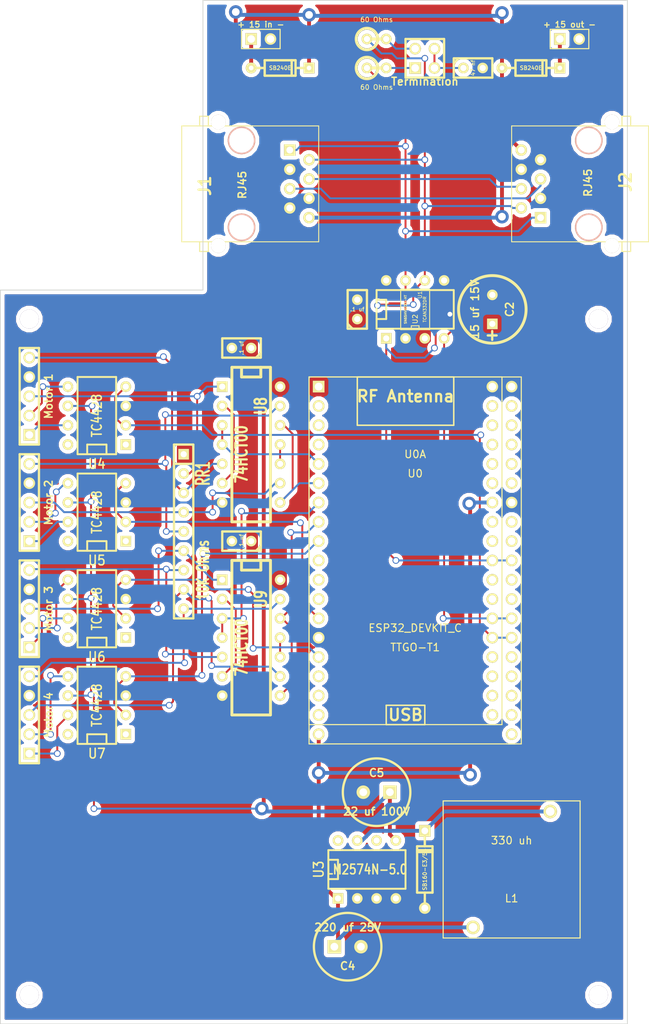
<source format=kicad_pcb>
(kicad_pcb (version 3) (host pcbnew "(22-Jun-2014 BZR 4027)-stable")
  (layers (15 F.Cu signal) (0 B.Cu signal) (18 B.Paste user) (19 F.Paste user) (20 B.SilkS user) (21 F.SilkS user) (22 B.Mask user) (23 F.Mask user) (28 Edge.Cuts user))
  (net 0 "")
  (net 1 +12V)
  (net 2 +5V)
  (net 3 "/CAN Transceiver/CANH")
  (net 4 "/CAN Transceiver/CANL")
  (net 5 "/CAN Transceiver/CAN_RX")
  (net 6 "/CAN Transceiver/CAN_TX")
  (net 7 "/Motor 1")
  (net 8 "/Motor 2")
  (net 9 "/Motor 3")
  (net 10 "/Motor 4")
  (net 11 /Motor1A)
  (net 12 /Motor1B)
  (net 13 /Motor2A)
  (net 14 /Motor2B)
  (net 15 /Motor3A)
  (net 16 /Motor3B)
  (net 17 /Motor4A)
  (net 18 /Motor4B)
  (net 19 "/Points 1A")
  (net 20 "/Points 1B")
  (net 21 "/Points 2A")
  (net 22 "/Points 2B")
  (net 23 "/Points 3A")
  (net 24 "/Points 3B")
  (net 25 "/Points 4A")
  (net 26 "/Points 4B")
  (net 27 "/Sense 1")
  (net 28 "/Sense 2")
  (net 29 "/Sense 3")
  (net 30 "/Sense 4")
  (net 31 3V3)
  (net 32 GND)
  (net 33 N-0000012)
  (net 34 N-000002)
  (net 35 N-0000060)
  (net 36 N-0000061)
  (net 37 N-0000063)
  (net 38 N-0000064)
  (net 39 N-0000069)
  (net 40 N-000007)
  (net 41 N-0000070)
  (net 42 N-0000071)
  (net 43 N-0000072)
  (net 44 N-000009)
  (module ESP32-Devkit-C (layer F.Cu) (at 137.16 90.17)
    (fp_text reference U0 (at 0 -11.43) (layer F.SilkS))
    (fp_text value ESP32_DEVKIT_C (at 0 8.89) (layer F.SilkS))
    (pad 1 thru_hole rect (at -12.7 -22.86) (size 1.524 1.524) (drill 1.016) (layers *.Cu *.Mask F.SilkS) (net 31 3V3))
    (pad 2 thru_hole circle (at -12.7 -20.32) (size 1.524 1.524) (drill 1.016) (layers *.Cu *.Mask F.SilkS))
    (pad 3 thru_hole circle (at -12.7 -17.78) (size 1.524 1.524) (drill 1.016) (layers *.Cu *.Mask F.SilkS))
    (pad 4 thru_hole circle (at -12.7 -15.24) (size 1.524 1.524) (drill 1.016) (layers *.Cu *.Mask F.SilkS))
    (pad 5 thru_hole circle (at -12.7 -12.7) (size 1.524 1.524) (drill 1.016) (layers *.Cu *.Mask F.SilkS) (net 27 "/Sense 1"))
    (pad 6 thru_hole circle (at -12.7 -10.16) (size 1.524 1.524) (drill 1.016) (layers *.Cu *.Mask F.SilkS) (net 28 "/Sense 2"))
    (pad 7 thru_hole circle (at -12.7 -7.62) (size 1.524 1.524) (drill 1.016) (layers *.Cu *.Mask F.SilkS) (net 29 "/Sense 3"))
    (pad 8 thru_hole circle (at -12.7 -5.08) (size 1.524 1.524) (drill 1.016) (layers *.Cu *.Mask F.SilkS) (net 30 "/Sense 4"))
    (pad 9 thru_hole circle (at -12.7 -2.54) (size 1.524 1.524) (drill 1.016) (layers *.Cu *.Mask F.SilkS) (net 10 "/Motor 4"))
    (pad 10 thru_hole circle (at -12.7 0) (size 1.524 1.524) (drill 1.016) (layers *.Cu *.Mask F.SilkS))
    (pad 11 thru_hole circle (at -12.7 2.54) (size 1.524 1.524) (drill 1.016) (layers *.Cu *.Mask F.SilkS))
    (pad 12 thru_hole circle (at -12.7 5.08) (size 1.524 1.524) (drill 1.016) (layers *.Cu *.Mask F.SilkS))
    (pad 13 thru_hole circle (at -12.7 7.62) (size 1.524 1.524) (drill 1.016) (layers *.Cu *.Mask F.SilkS) (net 8 "/Motor 2"))
    (pad 14 thru_hole circle (at -12.7 10.16) (size 1.524 1.524) (drill 1.016) (layers *.Cu *.Mask F.SilkS) (net 32 GND))
    (pad 15 thru_hole circle (at -12.7 12.7) (size 1.524 1.524) (drill 1.016) (layers *.Cu *.Mask F.SilkS) (net 9 "/Motor 3"))
    (pad 16 thru_hole circle (at -12.7 15.24) (size 1.524 1.524) (drill 1.016) (layers *.Cu *.Mask F.SilkS))
    (pad 17 thru_hole circle (at -12.7 17.78) (size 1.524 1.524) (drill 1.016) (layers *.Cu *.Mask F.SilkS))
    (pad 18 thru_hole circle (at -12.7 20.32) (size 1.524 1.524) (drill 1.016) (layers *.Cu *.Mask F.SilkS))
    (pad 19 thru_hole circle (at -12.7 22.86) (size 1.524 1.524) (drill 1.016) (layers *.Cu *.Mask F.SilkS) (net 2 +5V))
    (pad 20 thru_hole circle (at 12.7 22.86) (size 1.524 1.524) (drill 1.016) (layers *.Cu *.Mask F.SilkS))
    (pad 21 thru_hole circle (at 12.7 20.32) (size 1.524 1.524) (drill 1.016) (layers *.Cu *.Mask F.SilkS))
    (pad 22 thru_hole circle (at 12.7 17.78) (size 1.524 1.524) (drill 1.016) (layers *.Cu *.Mask F.SilkS))
    (pad 23 thru_hole circle (at 12.7 15.24) (size 1.524 1.524) (drill 1.016) (layers *.Cu *.Mask F.SilkS))
    (pad 24 thru_hole circle (at 12.7 12.7) (size 1.524 1.524) (drill 1.016) (layers *.Cu *.Mask F.SilkS))
    (pad 25 thru_hole circle (at 12.7 10.16) (size 1.524 1.524) (drill 1.016) (layers *.Cu *.Mask F.SilkS) (net 7 "/Motor 1"))
    (pad 26 thru_hole circle (at 12.7 7.62) (size 1.524 1.524) (drill 1.016) (layers *.Cu *.Mask F.SilkS) (net 5 "/CAN Transceiver/CAN_RX"))
    (pad 27 thru_hole circle (at 12.7 5.08) (size 1.524 1.524) (drill 1.016) (layers *.Cu *.Mask F.SilkS))
    (pad 28 thru_hole circle (at 12.7 2.54) (size 1.524 1.524) (drill 1.016) (layers *.Cu *.Mask F.SilkS))
    (pad 29 thru_hole circle (at 12.7 0) (size 1.524 1.524) (drill 1.016) (layers *.Cu *.Mask F.SilkS) (net 6 "/CAN Transceiver/CAN_TX"))
    (pad 30 thru_hole circle (at 12.7 -2.54) (size 1.524 1.524) (drill 1.016) (layers *.Cu *.Mask F.SilkS))
    (pad 31 thru_hole circle (at 12.7 -5.08) (size 1.524 1.524) (drill 1.016) (layers *.Cu *.Mask F.SilkS))
    (pad 32 thru_hole circle (at 12.7 -7.62) (size 1.524 1.524) (drill 1.016) (layers *.Cu *.Mask F.SilkS) (net 32 GND))
    (pad 33 thru_hole circle (at 12.7 -10.16) (size 1.524 1.524) (drill 1.016) (layers *.Cu *.Mask F.SilkS))
    (pad 34 thru_hole circle (at 12.7 -12.7) (size 1.524 1.524) (drill 1.016) (layers *.Cu *.Mask F.SilkS))
    (pad 35 thru_hole circle (at 12.7 -15.24) (size 1.524 1.524) (drill 1.016) (layers *.Cu *.Mask F.SilkS))
    (pad 36 thru_hole circle (at 12.7 -17.78) (size 1.524 1.524) (drill 1.016) (layers *.Cu *.Mask F.SilkS))
    (pad 37 thru_hole circle (at 12.7 -20.32) (size 1.524 1.524) (drill 1.016) (layers *.Cu *.Mask F.SilkS))
    (pad 38 thru_hole circle (at 12.7 -22.86) (size 1.524 1.524) (drill 1.016) (layers *.Cu *.Mask F.SilkS) (net 32 GND))
  )
  (module SOIC-8_N (layer F.Cu) (at 137.16 57.15 90)
    (fp_text reference U1 (at 1.905 0.635 90) (layer F.SilkS) (effects (font (size 0.5 0.5) (thickness 0.075))))
    (fp_text value TCAN332DR (at 0 1.27 90) (layer F.SilkS) (effects (font (size 0.4 0.4) (thickness 0.075))))
    (pad 8 smd rect (at -1.875 -2.7 90) (size 0.6 1.6) (layers F.Cu F.Paste F.Mask))
    (pad 1 smd rect (at -1.875 2.7 90) (size 0.6 1.6) (layers F.Cu F.Paste F.Mask) (net 6 "/CAN Transceiver/CAN_TX"))
    (pad 7 smd rect (at -0.625 -2.7 90) (size 0.6 1.6) (layers F.Cu F.Paste F.Mask) (net 3 "/CAN Transceiver/CANH"))
    (pad 6 smd rect (at 0.625 -2.7 90) (size 0.6 1.6) (layers F.Cu F.Paste F.Mask) (net 4 "/CAN Transceiver/CANL"))
    (pad 5 smd rect (at 1.875 -2.7 90) (size 0.6 1.6) (layers F.Cu F.Paste F.Mask))
    (pad 2 smd rect (at -0.625 2.7 90) (size 0.6 1.6) (layers F.Cu F.Paste F.Mask) (net 32 GND))
    (pad 3 smd rect (at 0.625 2.7 90) (size 0.6 1.6) (layers F.Cu F.Paste F.Mask) (net 31 3V3))
    (pad 4 smd rect (at 1.875 2.7 90) (size 0.6 1.6) (layers F.Cu F.Paste F.Mask) (net 5 "/CAN Transceiver/CAN_RX"))
  )
  (module ScrewTerm2.54-2 (layer F.Cu) (at 116.84 21.59)
    (fp_text reference T1 hide)
    (fp_text value "+ 15 in -" (at 0 -1.905) (layer F.SilkS) (effects (font (size 0.762 0.762) (thickness 0.1524))))
    (pad 1 thru_hole rect (at -1.27 0 90) (size 1.524 1.524) (drill 1.016) (layers *.Cu *.Mask F.SilkS) (net 37 N-0000063))
    (pad 2 thru_hole circle (at 1.27 0 90) (size 1.524 1.524) (drill 1.016) (layers *.Cu *.Mask F.SilkS) (net 32 GND))
  )
  (module ScrewTerm2.54-2 (layer F.Cu) (at 157.48 21.59)
    (fp_text reference T2 hide)
    (fp_text value "+ 15 out -" (at 0 -1.905) (layer F.SilkS) (effects (font (size 0.762 0.762) (thickness 0.1524))))
    (pad 1 thru_hole rect (at -1.27 0 90) (size 1.524 1.524) (drill 1.016) (layers *.Cu *.Mask F.SilkS) (net 38 N-0000064))
    (pad 2 thru_hole circle (at 1.27 0 90) (size 1.524 1.524) (drill 1.016) (layers *.Cu *.Mask F.SilkS) (net 32 GND))
  )
  (module RJ45_8N-S (layer F.Cu) (at 114.3 40.64 270)
    (fp_text reference J1 (at 0.254 4.826 270) (layer F.SilkS) (effects (font (size 1.524 1.524) (thickness 0.3048))))
    (fp_text value RJ45 (at 0.14224 -0.1016 270) (layer F.SilkS) (effects (font (size 1.00076 1.00076) (thickness 0.2032))))
    (pad "" np_thru_hole circle (at 5.715 0 270) (size 3.64998 3.64998) (drill 3.2512) (layers *.Cu *.SilkS *.Mask))
    (pad "" np_thru_hole circle (at -5.715 0 270) (size 3.64998 3.64998) (drill 3.2512) (layers *.Cu *.SilkS *.Mask))
    (pad 1 thru_hole rect (at -4.445 -6.35 270) (size 1.50114 1.50114) (drill 0.89916) (layers *.Cu *.Mask F.SilkS) (net 3 "/CAN Transceiver/CANH"))
    (pad 2 thru_hole circle (at -3.175 -8.89 270) (size 1.50114 1.50114) (drill 0.89916) (layers *.Cu *.Mask F.SilkS) (net 4 "/CAN Transceiver/CANL"))
    (pad 3 thru_hole circle (at -1.905 -6.35 270) (size 1.50114 1.50114) (drill 0.89916) (layers *.Cu *.Mask F.SilkS) (net 32 GND))
    (pad 4 thru_hole circle (at -0.635 -8.89 270) (size 1.50114 1.50114) (drill 0.89916) (layers *.Cu *.Mask F.SilkS) (net 35 N-0000060))
    (pad 5 thru_hole circle (at 0.635 -6.35 270) (size 1.50114 1.50114) (drill 0.89916) (layers *.Cu *.Mask F.SilkS) (net 36 N-0000061))
    (pad 6 thru_hole circle (at 1.905 -8.89 270) (size 1.50114 1.50114) (drill 0.89916) (layers *.Cu *.Mask F.SilkS) (net 32 GND))
    (pad 7 thru_hole circle (at 3.175 -6.35 270) (size 1.50114 1.50114) (drill 0.89916) (layers *.Cu *.Mask F.SilkS) (net 32 GND))
    (pad 8 thru_hole circle (at 4.445 -8.89 270) (size 1.50114 1.50114) (drill 0.89916) (layers *.Cu *.Mask F.SilkS) (net 1 +12V))
    (pad "" thru_hole circle (at -8.128 3.048 270) (size 1.9304 1.9304) (drill 1.9304) (layers *.Cu *.Mask F.SilkS))
    (pad "" thru_hole circle (at 8.128 3.048 270) (size 1.9304 1.9304) (drill 1.9304) (layers *.Cu *.Mask F.SilkS))
  )
  (module RJ45_8N-S (layer F.Cu) (at 160.02 40.64 90)
    (fp_text reference J2 (at 0.254 4.826 90) (layer F.SilkS) (effects (font (size 1.524 1.524) (thickness 0.3048))))
    (fp_text value RJ45 (at 0.14224 -0.1016 90) (layer F.SilkS) (effects (font (size 1.00076 1.00076) (thickness 0.2032))))
    (pad "" np_thru_hole circle (at 5.715 0 90) (size 3.64998 3.64998) (drill 3.2512) (layers *.Cu *.SilkS *.Mask))
    (pad "" np_thru_hole circle (at -5.715 0 90) (size 3.64998 3.64998) (drill 3.2512) (layers *.Cu *.SilkS *.Mask))
    (pad 1 thru_hole rect (at -4.445 -6.35 90) (size 1.50114 1.50114) (drill 0.89916) (layers *.Cu *.Mask F.SilkS) (net 3 "/CAN Transceiver/CANH"))
    (pad 2 thru_hole circle (at -3.175 -8.89 90) (size 1.50114 1.50114) (drill 0.89916) (layers *.Cu *.Mask F.SilkS) (net 4 "/CAN Transceiver/CANL"))
    (pad 3 thru_hole circle (at -1.905 -6.35 90) (size 1.50114 1.50114) (drill 0.89916) (layers *.Cu *.Mask F.SilkS) (net 32 GND))
    (pad 4 thru_hole circle (at -0.635 -8.89 90) (size 1.50114 1.50114) (drill 0.89916) (layers *.Cu *.Mask F.SilkS) (net 35 N-0000060))
    (pad 5 thru_hole circle (at 0.635 -6.35 90) (size 1.50114 1.50114) (drill 0.89916) (layers *.Cu *.Mask F.SilkS) (net 36 N-0000061))
    (pad 6 thru_hole circle (at 1.905 -8.89 90) (size 1.50114 1.50114) (drill 0.89916) (layers *.Cu *.Mask F.SilkS) (net 32 GND))
    (pad 7 thru_hole circle (at 3.175 -6.35 90) (size 1.50114 1.50114) (drill 0.89916) (layers *.Cu *.Mask F.SilkS) (net 32 GND))
    (pad 8 thru_hole circle (at 4.445 -8.89 90) (size 1.50114 1.50114) (drill 0.89916) (layers *.Cu *.Mask F.SilkS) (net 1 +12V))
    (pad "" thru_hole circle (at -8.128 3.048 90) (size 1.9304 1.9304) (drill 1.9304) (layers *.Cu *.Mask F.SilkS))
    (pad "" thru_hole circle (at 8.128 3.048 90) (size 1.9304 1.9304) (drill 1.9304) (layers *.Cu *.Mask F.SilkS))
  )
  (module R1 (layer F.Cu) (at 132.08 21.59)
    (fp_text reference R2 hide)
    (fp_text value "60 Ohms" (at 0 -2.54) (layer F.SilkS) (effects (font (size 0.635 0.635) (thickness 0.1016))))
    (pad 1 thru_hole circle (at -1.27 0) (size 1.397 1.397) (drill 0.8128) (layers *.Cu *.Mask F.SilkS) (net 4 "/CAN Transceiver/CANL"))
    (pad 2 thru_hole circle (at 1.27 0) (size 1.397 1.397) (drill 0.8128) (layers *.Cu *.Mask F.SilkS) (net 39 N-0000069))
  )
  (module R1 (layer F.Cu) (at 132.08 25.4)
    (fp_text reference R1 hide)
    (fp_text value "60 Ohms" (at 0 2.54) (layer F.SilkS) (effects (font (size 0.635 0.635) (thickness 0.1016))))
    (pad 1 thru_hole circle (at -1.27 0) (size 1.397 1.397) (drill 0.8128) (layers *.Cu *.Mask F.SilkS) (net 3 "/CAN Transceiver/CANH"))
    (pad 2 thru_hole circle (at 1.27 0) (size 1.397 1.397) (drill 0.8128) (layers *.Cu *.Mask F.SilkS) (net 41 N-0000070))
  )
  (module PIN_ARRAY_2X2 (layer F.Cu) (at 138.43 24.13)
    (fp_text reference JP1 hide)
    (fp_text value Termination (at 0 3.048) (layer F.SilkS) (effects (font (size 1.016 1.016) (thickness 0.2032))))
    (pad 1 thru_hole rect (at -1.27 1.27) (size 1.524 1.524) (drill 1.016) (layers *.Cu *.Mask F.SilkS) (net 41 N-0000070))
    (pad 2 thru_hole circle (at -1.27 -1.27) (size 1.524 1.524) (drill 1.016) (layers *.Cu *.Mask F.SilkS) (net 39 N-0000069))
    (pad 3 thru_hole circle (at 1.27 1.27) (size 1.524 1.524) (drill 1.016) (layers *.Cu *.Mask F.SilkS) (net 42 N-0000071))
    (pad 4 thru_hole circle (at 1.27 -1.27) (size 1.524 1.524) (drill 1.016) (layers *.Cu *.Mask F.SilkS) (net 42 N-0000071))
  )
  (module PE-LowProfile (layer F.Cu) (at 149.86 130.81 180)
    (fp_text reference L1 (at 0 -3.81 180) (layer F.SilkS))
    (fp_text value "330 uh" (at 0 3.81 180) (layer F.SilkS))
    (pad 1 thru_hole circle (at 5.08 -7.62 180) (size 1.78 1.78) (drill 1.14) (layers *.Cu *.Mask F.SilkS) (net 2 +5V))
    (pad 2 thru_hole circle (at -5.08 7.62 180) (size 1.78 1.78) (drill 1.14) (layers *.Cu *.Mask F.SilkS) (net 43 N-0000072))
  )
  (module DO-41 (layer F.Cu) (at 138.43 130.81 90)
    (fp_text reference D3 hide)
    (fp_text value SB160-E3/54 (at 0 0 90) (layer F.SilkS) (effects (font (size 0.508 0.508) (thickness 0.1016))))
    (pad 2 thru_hole rect (at 5.08 0 90) (size 1.524 1.524) (drill 0.889) (layers *.Cu *.Mask F.SilkS) (net 43 N-0000072))
    (pad 1 thru_hole circle (at -5.08 0 90) (size 1.524 1.524) (drill 0.889) (layers *.Cu *.Mask F.SilkS) (net 32 GND))
  )
  (module DO-35 (layer F.Cu) (at 152.4 25.4)
    (fp_text reference D2 hide)
    (fp_text value SB240E (at 0 0) (layer F.SilkS) (effects (font (size 0.508 0.508) (thickness 0.1016))))
    (pad 2 thru_hole rect (at 3.81 0) (size 1.4224 1.4224) (drill 0.6096) (layers *.Cu *.Mask F.SilkS) (net 38 N-0000064))
    (pad 1 thru_hole circle (at -3.81 0) (size 1.4224 1.4224) (drill 0.6096) (layers *.Cu *.Mask F.SilkS) (net 1 +12V))
  )
  (module DO-35 (layer F.Cu) (at 119.38 25.4)
    (fp_text reference D1 hide)
    (fp_text value SB240E (at 0 0) (layer F.SilkS) (effects (font (size 0.508 0.508) (thickness 0.1016))))
    (pad 2 thru_hole rect (at 3.81 0) (size 1.4224 1.4224) (drill 0.6096) (layers *.Cu *.Mask F.SilkS) (net 1 +12V))
    (pad 1 thru_hole circle (at -3.81 0) (size 1.4224 1.4224) (drill 0.6096) (layers *.Cu *.Mask F.SilkS) (net 37 N-0000063))
  )
  (module DIP-8__300 (layer F.Cu) (at 137.16 57.15)
    (fp_text reference U2 (at 0 1.27 90) (layer F.SilkS) (effects (font (size 0.635 0.635) (thickness 0.1016))))
    (fp_text value SN65HVD233-HT (at -1.27 0 90) (layer F.SilkS) (effects (font (size 0.3 0.3) (thickness 0.075))))
    (pad 1 thru_hole rect (at -3.81 3.81) (size 1.397 1.397) (drill 0.8128) (layers *.Cu *.Mask F.SilkS) (net 6 "/CAN Transceiver/CAN_TX"))
    (pad 2 thru_hole circle (at -1.27 3.81) (size 1.397 1.397) (drill 0.8128) (layers *.Cu *.Mask F.SilkS) (net 32 GND))
    (pad 3 thru_hole circle (at 1.27 3.81) (size 1.397 1.397) (drill 0.8128) (layers *.Cu *.Mask F.SilkS) (net 31 3V3))
    (pad 4 thru_hole circle (at 3.81 3.81) (size 1.397 1.397) (drill 0.8128) (layers *.Cu *.Mask F.SilkS) (net 5 "/CAN Transceiver/CAN_RX"))
    (pad 5 thru_hole circle (at 3.81 -3.81) (size 1.397 1.397) (drill 0.8128) (layers *.Cu *.Mask F.SilkS) (net 32 GND))
    (pad 6 thru_hole circle (at 1.27 -3.81) (size 1.397 1.397) (drill 0.8128) (layers *.Cu *.Mask F.SilkS) (net 4 "/CAN Transceiver/CANL"))
    (pad 7 thru_hole circle (at -1.27 -3.81) (size 1.397 1.397) (drill 0.8128) (layers *.Cu *.Mask F.SilkS) (net 3 "/CAN Transceiver/CANH"))
    (pad 8 thru_hole circle (at -3.81 -3.81) (size 1.397 1.397) (drill 0.8128) (layers *.Cu *.Mask F.SilkS) (net 32 GND))
  )
  (module DIP-8__300 (layer F.Cu) (at 130.81 130.81)
    (fp_text reference U3 (at -6.35 0 90) (layer F.SilkS) (effects (font (size 1.27 1.143) (thickness 0.2032))))
    (fp_text value LM2574N-5.0 (at 0 0) (layer F.SilkS) (effects (font (size 1.27 1.016) (thickness 0.2032))))
    (pad 1 thru_hole rect (at -3.81 3.81) (size 1.397 1.397) (drill 0.8128) (layers *.Cu *.Mask F.SilkS) (net 2 +5V))
    (pad 2 thru_hole circle (at -1.27 3.81) (size 1.397 1.397) (drill 0.8128) (layers *.Cu *.Mask F.SilkS) (net 32 GND))
    (pad 3 thru_hole circle (at 1.27 3.81) (size 1.397 1.397) (drill 0.8128) (layers *.Cu *.Mask F.SilkS) (net 32 GND))
    (pad 4 thru_hole circle (at 3.81 3.81) (size 1.397 1.397) (drill 0.8128) (layers *.Cu *.Mask F.SilkS) (net 32 GND))
    (pad 5 thru_hole circle (at 3.81 -3.81) (size 1.397 1.397) (drill 0.8128) (layers *.Cu *.Mask F.SilkS) (net 1 +12V))
    (pad 6 thru_hole circle (at 1.27 -3.81) (size 1.397 1.397) (drill 0.8128) (layers *.Cu *.Mask F.SilkS))
    (pad 7 thru_hole circle (at -1.27 -3.81) (size 1.397 1.397) (drill 0.8128) (layers *.Cu *.Mask F.SilkS) (net 43 N-0000072))
    (pad 8 thru_hole circle (at -3.81 -3.81) (size 1.397 1.397) (drill 0.8128) (layers *.Cu *.Mask F.SilkS))
  )
  (module C1.5V8V (layer F.Cu) (at 147.32 57.15 90)
    (fp_text reference C2 (at 0 2.286 90) (layer F.SilkS) (effects (font (size 1.016 1.016) (thickness 0.2032))))
    (fp_text value "15 uf 15V" (at 0 -2.286 90) (layer F.SilkS) (effects (font (size 1.016 1.016) (thickness 0.2032))))
    (fp_text user + (at -3.429 -0.127 90) (layer F.SilkS) (effects (font (size 1.524 1.524) (thickness 0.3048))))
    (pad 1 thru_hole rect (at -1.905 0 90) (size 1.397 1.397) (drill 0.8128) (layers *.Cu *.Mask F.SilkS) (net 31 3V3))
    (pad 2 thru_hole circle (at 1.905 0 90) (size 1.397 1.397) (drill 0.8128) (layers *.Cu *.Mask F.SilkS) (net 32 GND))
  )
  (module C1-3V8 (layer F.Cu) (at 132.08 120.65 180)
    (fp_text reference C5 (at 0 2.54 180) (layer F.SilkS) (effects (font (size 1.016 1.016) (thickness 0.2032))))
    (fp_text value "22 uf 100V" (at 0 -2.54 180) (layer F.SilkS) (effects (font (size 1.016 1.016) (thickness 0.2032))))
    (pad 1 thru_hole rect (at -1.75 0 180) (size 1.778 1.778) (drill 1.016) (layers *.Cu *.Mask F.SilkS) (net 1 +12V))
    (pad 2 thru_hole circle (at 1.75 0 180) (size 1.778 1.778) (drill 1.016) (layers *.Cu *.Mask F.SilkS) (net 32 GND))
  )
  (module C1-3V8 (layer F.Cu) (at 128.27 140.97)
    (fp_text reference C4 (at 0 2.54) (layer F.SilkS) (effects (font (size 1.016 1.016) (thickness 0.2032))))
    (fp_text value "220 uf 25V" (at 0 -2.54) (layer F.SilkS) (effects (font (size 1.016 1.016) (thickness 0.2032))))
    (pad 1 thru_hole rect (at -1.75 0) (size 1.778 1.778) (drill 1.016) (layers *.Cu *.Mask F.SilkS) (net 2 +5V))
    (pad 2 thru_hole circle (at 1.75 0) (size 1.778 1.778) (drill 1.016) (layers *.Cu *.Mask F.SilkS) (net 32 GND))
  )
  (module C1 (layer F.Cu) (at 144.78 25.4)
    (fp_text reference C3 hide)
    (fp_text value "47 nf" (at 0 0 90) (layer F.SilkS) (effects (font (size 0.508 0.508) (thickness 0.1016))))
    (pad 1 thru_hole circle (at -1.27 0) (size 1.397 1.397) (drill 0.8128) (layers *.Cu *.Mask F.SilkS) (net 42 N-0000071))
    (pad 2 thru_hole circle (at 1.27 0) (size 1.397 1.397) (drill 0.8128) (layers *.Cu *.Mask F.SilkS) (net 32 GND))
  )
  (module C1 (layer F.Cu) (at 129.54 57.15 90)
    (fp_text reference C1 hide)
    (fp_text value ".1 uf" (at 0 0 180) (layer F.SilkS) (effects (font (size 0.508 0.508) (thickness 0.1016))))
    (pad 1 thru_hole circle (at -1.27 0 90) (size 1.397 1.397) (drill 0.8128) (layers *.Cu *.Mask F.SilkS) (net 31 3V3))
    (pad 2 thru_hole circle (at 1.27 0 90) (size 1.397 1.397) (drill 0.8128) (layers *.Cu *.Mask F.SilkS) (net 32 GND))
  )
  (module SIL-9 (layer F.Cu) (at 106.68 86.36 270)
    (fp_text reference RR1 (at -7.62 -2.54 270) (layer F.SilkS) (effects (font (size 1.72974 1.08712) (thickness 0.3048))))
    (fp_text value "10K Ohms" (at 5.08 -2.54 270) (layer F.SilkS) (effects (font (size 1.524 1.016) (thickness 0.3048))))
    (pad 1 thru_hole rect (at -10.16 0 270) (size 1.397 1.397) (drill 0.8128) (layers *.Cu *.Mask F.SilkS) (net 31 3V3))
    (pad 2 thru_hole circle (at -7.62 0 270) (size 1.397 1.397) (drill 0.8128) (layers *.Cu *.Mask F.SilkS) (net 19 "/Points 1A"))
    (pad 3 thru_hole circle (at -5.08 0 270) (size 1.397 1.397) (drill 0.8128) (layers *.Cu *.Mask F.SilkS) (net 20 "/Points 1B"))
    (pad 4 thru_hole circle (at -2.54 0 270) (size 1.397 1.397) (drill 0.8128) (layers *.Cu *.Mask F.SilkS) (net 21 "/Points 2A"))
    (pad 5 thru_hole circle (at 0 0 270) (size 1.397 1.397) (drill 0.8128) (layers *.Cu *.Mask F.SilkS) (net 22 "/Points 2B"))
    (pad 6 thru_hole circle (at 2.54 0 270) (size 1.397 1.397) (drill 0.8128) (layers *.Cu *.Mask F.SilkS) (net 23 "/Points 3A"))
    (pad 7 thru_hole circle (at 5.08 0 270) (size 1.397 1.397) (drill 0.8128) (layers *.Cu *.Mask F.SilkS) (net 24 "/Points 3B"))
    (pad 8 thru_hole circle (at 7.62 0 270) (size 1.397 1.397) (drill 0.8128) (layers *.Cu *.Mask F.SilkS) (net 25 "/Points 4A"))
    (pad 9 thru_hole circle (at 10.16 0 270) (size 1.397 1.397) (drill 0.8128) (layers *.Cu *.Mask F.SilkS) (net 26 "/Points 4B"))
  )
  (module ScrewTerm_2.54-5 (layer F.Cu) (at 86.36 68.58 90)
    (fp_text reference T3 hide)
    (fp_text value "Motor 1" (at 0 2.54 90) (layer F.SilkS) (effects (font (size 1.016 1.016) (thickness 0.2032))))
    (pad 1 thru_hole rect (at -5.08 0 90) (size 1.524 1.524) (drill 1.016) (layers *.Cu *.Mask F.SilkS) (net 11 /Motor1A))
    (pad 2 thru_hole circle (at -2.54 0 90) (size 1.524 1.524) (drill 1.016) (layers *.Cu *.Mask F.SilkS) (net 12 /Motor1B))
    (pad 3 thru_hole circle (at 0 0 90) (size 1.524 1.524) (drill 1.016) (layers *.Cu *.Mask F.SilkS) (net 19 "/Points 1A"))
    (pad 4 thru_hole circle (at 2.54 0 90) (size 1.524 1.524) (drill 1.016) (layers *.Cu *.Mask F.SilkS) (net 32 GND))
    (pad 5 thru_hole circle (at 5.08 0 90) (size 1.524 1.524) (drill 1.016) (layers *.Cu *.Mask F.SilkS) (net 20 "/Points 1B"))
  )
  (module ScrewTerm_2.54-5 (layer F.Cu) (at 86.36 82.55 90)
    (fp_text reference T4 hide)
    (fp_text value "Motor 2" (at 0 2.54 90) (layer F.SilkS) (effects (font (size 1.016 1.016) (thickness 0.2032))))
    (pad 1 thru_hole rect (at -5.08 0 90) (size 1.524 1.524) (drill 1.016) (layers *.Cu *.Mask F.SilkS) (net 13 /Motor2A))
    (pad 2 thru_hole circle (at -2.54 0 90) (size 1.524 1.524) (drill 1.016) (layers *.Cu *.Mask F.SilkS) (net 14 /Motor2B))
    (pad 3 thru_hole circle (at 0 0 90) (size 1.524 1.524) (drill 1.016) (layers *.Cu *.Mask F.SilkS) (net 21 "/Points 2A"))
    (pad 4 thru_hole circle (at 2.54 0 90) (size 1.524 1.524) (drill 1.016) (layers *.Cu *.Mask F.SilkS) (net 32 GND))
    (pad 5 thru_hole circle (at 5.08 0 90) (size 1.524 1.524) (drill 1.016) (layers *.Cu *.Mask F.SilkS) (net 22 "/Points 2B"))
  )
  (module ScrewTerm_2.54-5 (layer F.Cu) (at 86.36 96.52 90)
    (fp_text reference T5 hide)
    (fp_text value "Motor 3" (at 0 2.54 90) (layer F.SilkS) (effects (font (size 1.016 1.016) (thickness 0.2032))))
    (pad 1 thru_hole rect (at -5.08 0 90) (size 1.524 1.524) (drill 1.016) (layers *.Cu *.Mask F.SilkS) (net 15 /Motor3A))
    (pad 2 thru_hole circle (at -2.54 0 90) (size 1.524 1.524) (drill 1.016) (layers *.Cu *.Mask F.SilkS) (net 16 /Motor3B))
    (pad 3 thru_hole circle (at 0 0 90) (size 1.524 1.524) (drill 1.016) (layers *.Cu *.Mask F.SilkS) (net 23 "/Points 3A"))
    (pad 4 thru_hole circle (at 2.54 0 90) (size 1.524 1.524) (drill 1.016) (layers *.Cu *.Mask F.SilkS) (net 32 GND))
    (pad 5 thru_hole circle (at 5.08 0 90) (size 1.524 1.524) (drill 1.016) (layers *.Cu *.Mask F.SilkS) (net 24 "/Points 3B"))
  )
  (module ScrewTerm_2.54-5 (layer F.Cu) (at 86.36 110.49 90)
    (fp_text reference T6 hide)
    (fp_text value "Motor 4" (at 0 2.54 90) (layer F.SilkS) (effects (font (size 1.016 1.016) (thickness 0.2032))))
    (pad 1 thru_hole rect (at -5.08 0 90) (size 1.524 1.524) (drill 1.016) (layers *.Cu *.Mask F.SilkS) (net 17 /Motor4A))
    (pad 2 thru_hole circle (at -2.54 0 90) (size 1.524 1.524) (drill 1.016) (layers *.Cu *.Mask F.SilkS) (net 18 /Motor4B))
    (pad 3 thru_hole circle (at 0 0 90) (size 1.524 1.524) (drill 1.016) (layers *.Cu *.Mask F.SilkS) (net 25 "/Points 4A"))
    (pad 4 thru_hole circle (at 2.54 0 90) (size 1.524 1.524) (drill 1.016) (layers *.Cu *.Mask F.SilkS) (net 32 GND))
    (pad 5 thru_hole circle (at 5.08 0 90) (size 1.524 1.524) (drill 1.016) (layers *.Cu *.Mask F.SilkS) (net 26 "/Points 4B"))
  )
  (module DIP-8__300 (layer F.Cu) (at 95.25 71.12 90)
    (fp_text reference U4 (at -6.35 0 180) (layer F.SilkS) (effects (font (size 1.27 1.143) (thickness 0.2032))))
    (fp_text value TC4428 (at 0 0 90) (layer F.SilkS) (effects (font (size 1.27 1.016) (thickness 0.2032))))
    (pad 1 thru_hole rect (at -3.81 3.81 90) (size 1.397 1.397) (drill 0.8128) (layers *.Cu *.Mask F.SilkS))
    (pad 2 thru_hole circle (at -1.27 3.81 90) (size 1.397 1.397) (drill 0.8128) (layers *.Cu *.Mask F.SilkS) (net 7 "/Motor 1"))
    (pad 3 thru_hole circle (at 1.27 3.81 90) (size 1.397 1.397) (drill 0.8128) (layers *.Cu *.Mask F.SilkS) (net 32 GND))
    (pad 4 thru_hole circle (at 3.81 3.81 90) (size 1.397 1.397) (drill 0.8128) (layers *.Cu *.Mask F.SilkS) (net 7 "/Motor 1"))
    (pad 5 thru_hole circle (at 3.81 -3.81 90) (size 1.397 1.397) (drill 0.8128) (layers *.Cu *.Mask F.SilkS) (net 12 /Motor1B))
    (pad 6 thru_hole circle (at 1.27 -3.81 90) (size 1.397 1.397) (drill 0.8128) (layers *.Cu *.Mask F.SilkS) (net 1 +12V))
    (pad 7 thru_hole circle (at -1.27 -3.81 90) (size 1.397 1.397) (drill 0.8128) (layers *.Cu *.Mask F.SilkS) (net 11 /Motor1A))
    (pad 8 thru_hole circle (at -3.81 -3.81 90) (size 1.397 1.397) (drill 0.8128) (layers *.Cu *.Mask F.SilkS))
  )
  (module DIP-8__300 (layer F.Cu) (at 95.25 83.82 90)
    (fp_text reference U5 (at -6.35 0 180) (layer F.SilkS) (effects (font (size 1.27 1.143) (thickness 0.2032))))
    (fp_text value TC4428 (at 0 0 90) (layer F.SilkS) (effects (font (size 1.27 1.016) (thickness 0.2032))))
    (pad 1 thru_hole rect (at -3.81 3.81 90) (size 1.397 1.397) (drill 0.8128) (layers *.Cu *.Mask F.SilkS))
    (pad 2 thru_hole circle (at -1.27 3.81 90) (size 1.397 1.397) (drill 0.8128) (layers *.Cu *.Mask F.SilkS) (net 8 "/Motor 2"))
    (pad 3 thru_hole circle (at 1.27 3.81 90) (size 1.397 1.397) (drill 0.8128) (layers *.Cu *.Mask F.SilkS) (net 32 GND))
    (pad 4 thru_hole circle (at 3.81 3.81 90) (size 1.397 1.397) (drill 0.8128) (layers *.Cu *.Mask F.SilkS) (net 8 "/Motor 2"))
    (pad 5 thru_hole circle (at 3.81 -3.81 90) (size 1.397 1.397) (drill 0.8128) (layers *.Cu *.Mask F.SilkS) (net 14 /Motor2B))
    (pad 6 thru_hole circle (at 1.27 -3.81 90) (size 1.397 1.397) (drill 0.8128) (layers *.Cu *.Mask F.SilkS) (net 1 +12V))
    (pad 7 thru_hole circle (at -1.27 -3.81 90) (size 1.397 1.397) (drill 0.8128) (layers *.Cu *.Mask F.SilkS) (net 13 /Motor2A))
    (pad 8 thru_hole circle (at -3.81 -3.81 90) (size 1.397 1.397) (drill 0.8128) (layers *.Cu *.Mask F.SilkS))
  )
  (module DIP-8__300 (layer F.Cu) (at 95.25 96.52 90)
    (fp_text reference U6 (at -6.35 0 180) (layer F.SilkS) (effects (font (size 1.27 1.143) (thickness 0.2032))))
    (fp_text value TC4428 (at 0 0 90) (layer F.SilkS) (effects (font (size 1.27 1.016) (thickness 0.2032))))
    (pad 1 thru_hole rect (at -3.81 3.81 90) (size 1.397 1.397) (drill 0.8128) (layers *.Cu *.Mask F.SilkS))
    (pad 2 thru_hole circle (at -1.27 3.81 90) (size 1.397 1.397) (drill 0.8128) (layers *.Cu *.Mask F.SilkS) (net 9 "/Motor 3"))
    (pad 3 thru_hole circle (at 1.27 3.81 90) (size 1.397 1.397) (drill 0.8128) (layers *.Cu *.Mask F.SilkS) (net 32 GND))
    (pad 4 thru_hole circle (at 3.81 3.81 90) (size 1.397 1.397) (drill 0.8128) (layers *.Cu *.Mask F.SilkS) (net 9 "/Motor 3"))
    (pad 5 thru_hole circle (at 3.81 -3.81 90) (size 1.397 1.397) (drill 0.8128) (layers *.Cu *.Mask F.SilkS) (net 16 /Motor3B))
    (pad 6 thru_hole circle (at 1.27 -3.81 90) (size 1.397 1.397) (drill 0.8128) (layers *.Cu *.Mask F.SilkS) (net 1 +12V))
    (pad 7 thru_hole circle (at -1.27 -3.81 90) (size 1.397 1.397) (drill 0.8128) (layers *.Cu *.Mask F.SilkS) (net 15 /Motor3A))
    (pad 8 thru_hole circle (at -3.81 -3.81 90) (size 1.397 1.397) (drill 0.8128) (layers *.Cu *.Mask F.SilkS))
  )
  (module DIP-8__300 (layer F.Cu) (at 95.25 109.22 90)
    (fp_text reference U7 (at -6.35 0 180) (layer F.SilkS) (effects (font (size 1.27 1.143) (thickness 0.2032))))
    (fp_text value TC4428 (at 0 0 90) (layer F.SilkS) (effects (font (size 1.27 1.016) (thickness 0.2032))))
    (pad 1 thru_hole rect (at -3.81 3.81 90) (size 1.397 1.397) (drill 0.8128) (layers *.Cu *.Mask F.SilkS))
    (pad 2 thru_hole circle (at -1.27 3.81 90) (size 1.397 1.397) (drill 0.8128) (layers *.Cu *.Mask F.SilkS) (net 10 "/Motor 4"))
    (pad 3 thru_hole circle (at 1.27 3.81 90) (size 1.397 1.397) (drill 0.8128) (layers *.Cu *.Mask F.SilkS) (net 32 GND))
    (pad 4 thru_hole circle (at 3.81 3.81 90) (size 1.397 1.397) (drill 0.8128) (layers *.Cu *.Mask F.SilkS) (net 10 "/Motor 4"))
    (pad 5 thru_hole circle (at 3.81 -3.81 90) (size 1.397 1.397) (drill 0.8128) (layers *.Cu *.Mask F.SilkS) (net 18 /Motor4B))
    (pad 6 thru_hole circle (at 1.27 -3.81 90) (size 1.397 1.397) (drill 0.8128) (layers *.Cu *.Mask F.SilkS) (net 1 +12V))
    (pad 7 thru_hole circle (at -1.27 -3.81 90) (size 1.397 1.397) (drill 0.8128) (layers *.Cu *.Mask F.SilkS) (net 17 /Motor4A))
    (pad 8 thru_hole circle (at -3.81 -3.81 90) (size 1.397 1.397) (drill 0.8128) (layers *.Cu *.Mask F.SilkS))
  )
  (module DIP-14__300 (layer F.Cu) (at 115.57 74.93 270)
    (fp_text reference U8 (at -5.08 -1.27 270) (layer F.SilkS) (effects (font (size 1.524 1.143) (thickness 0.3048))))
    (fp_text value 74HCT00 (at 1.27 1.27 270) (layer F.SilkS) (effects (font (size 1.524 1.143) (thickness 0.3048))))
    (pad 1 thru_hole rect (at -7.62 3.81 270) (size 1.397 1.397) (drill 0.8128) (layers *.Cu *.Mask F.SilkS) (net 19 "/Points 1A"))
    (pad 2 thru_hole circle (at -5.08 3.81 270) (size 1.397 1.397) (drill 0.8128) (layers *.Cu *.Mask F.SilkS) (net 44 N-000009))
    (pad 3 thru_hole circle (at -2.54 3.81 270) (size 1.397 1.397) (drill 0.8128) (layers *.Cu *.Mask F.SilkS) (net 27 "/Sense 1"))
    (pad 4 thru_hole circle (at 0 3.81 270) (size 1.397 1.397) (drill 0.8128) (layers *.Cu *.Mask F.SilkS) (net 27 "/Sense 1"))
    (pad 5 thru_hole circle (at 2.54 3.81 270) (size 1.397 1.397) (drill 0.8128) (layers *.Cu *.Mask F.SilkS) (net 20 "/Points 1B"))
    (pad 6 thru_hole circle (at 5.08 3.81 270) (size 1.397 1.397) (drill 0.8128) (layers *.Cu *.Mask F.SilkS) (net 44 N-000009))
    (pad 7 thru_hole circle (at 7.62 3.81 270) (size 1.397 1.397) (drill 0.8128) (layers *.Cu *.Mask F.SilkS) (net 32 GND))
    (pad 8 thru_hole circle (at 7.62 -3.81 270) (size 1.397 1.397) (drill 0.8128) (layers *.Cu *.Mask F.SilkS) (net 28 "/Sense 2"))
    (pad 9 thru_hole circle (at 5.08 -3.81 270) (size 1.397 1.397) (drill 0.8128) (layers *.Cu *.Mask F.SilkS) (net 21 "/Points 2A"))
    (pad 10 thru_hole circle (at 2.54 -3.81 270) (size 1.397 1.397) (drill 0.8128) (layers *.Cu *.Mask F.SilkS) (net 40 N-000007))
    (pad 11 thru_hole circle (at 0 -3.81 270) (size 1.397 1.397) (drill 0.8128) (layers *.Cu *.Mask F.SilkS) (net 40 N-000007))
    (pad 12 thru_hole circle (at -2.54 -3.81 270) (size 1.397 1.397) (drill 0.8128) (layers *.Cu *.Mask F.SilkS) (net 28 "/Sense 2"))
    (pad 13 thru_hole circle (at -5.08 -3.81 270) (size 1.397 1.397) (drill 0.8128) (layers *.Cu *.Mask F.SilkS) (net 22 "/Points 2B"))
    (pad 14 thru_hole circle (at -7.62 -3.81 270) (size 1.397 1.397) (drill 0.8128) (layers *.Cu *.Mask F.SilkS) (net 31 3V3))
  )
  (module DIP-14__300 (layer F.Cu) (at 115.57 100.33 270)
    (fp_text reference U9 (at -5.08 -1.27 270) (layer F.SilkS) (effects (font (size 1.524 1.143) (thickness 0.3048))))
    (fp_text value 74HCT00 (at 1.27 1.27 270) (layer F.SilkS) (effects (font (size 1.524 1.143) (thickness 0.3048))))
    (pad 1 thru_hole rect (at -7.62 3.81 270) (size 1.397 1.397) (drill 0.8128) (layers *.Cu *.Mask F.SilkS) (net 23 "/Points 3A"))
    (pad 2 thru_hole circle (at -5.08 3.81 270) (size 1.397 1.397) (drill 0.8128) (layers *.Cu *.Mask F.SilkS) (net 33 N-0000012))
    (pad 3 thru_hole circle (at -2.54 3.81 270) (size 1.397 1.397) (drill 0.8128) (layers *.Cu *.Mask F.SilkS) (net 29 "/Sense 3"))
    (pad 4 thru_hole circle (at 0 3.81 270) (size 1.397 1.397) (drill 0.8128) (layers *.Cu *.Mask F.SilkS) (net 29 "/Sense 3"))
    (pad 5 thru_hole circle (at 2.54 3.81 270) (size 1.397 1.397) (drill 0.8128) (layers *.Cu *.Mask F.SilkS) (net 24 "/Points 3B"))
    (pad 6 thru_hole circle (at 5.08 3.81 270) (size 1.397 1.397) (drill 0.8128) (layers *.Cu *.Mask F.SilkS) (net 33 N-0000012))
    (pad 7 thru_hole circle (at 7.62 3.81 270) (size 1.397 1.397) (drill 0.8128) (layers *.Cu *.Mask F.SilkS) (net 32 GND))
    (pad 8 thru_hole circle (at 7.62 -3.81 270) (size 1.397 1.397) (drill 0.8128) (layers *.Cu *.Mask F.SilkS) (net 30 "/Sense 4"))
    (pad 9 thru_hole circle (at 5.08 -3.81 270) (size 1.397 1.397) (drill 0.8128) (layers *.Cu *.Mask F.SilkS) (net 25 "/Points 4A"))
    (pad 10 thru_hole circle (at 2.54 -3.81 270) (size 1.397 1.397) (drill 0.8128) (layers *.Cu *.Mask F.SilkS) (net 34 N-000002))
    (pad 11 thru_hole circle (at 0 -3.81 270) (size 1.397 1.397) (drill 0.8128) (layers *.Cu *.Mask F.SilkS) (net 34 N-000002))
    (pad 12 thru_hole circle (at -2.54 -3.81 270) (size 1.397 1.397) (drill 0.8128) (layers *.Cu *.Mask F.SilkS) (net 30 "/Sense 4"))
    (pad 13 thru_hole circle (at -5.08 -3.81 270) (size 1.397 1.397) (drill 0.8128) (layers *.Cu *.Mask F.SilkS) (net 26 "/Points 4B"))
    (pad 14 thru_hole circle (at -7.62 -3.81 270) (size 1.397 1.397) (drill 0.8128) (layers *.Cu *.Mask F.SilkS) (net 31 3V3))
  )
  (module C1 (layer F.Cu) (at 114.3 62.23 180)
    (fp_text reference C6 hide)
    (fp_text value ".1 uf" (at 0 0 270) (layer F.SilkS) (effects (font (size 0.508 0.508) (thickness 0.1016))))
    (pad 1 thru_hole circle (at -1.27 0 180) (size 1.397 1.397) (drill 0.8128) (layers *.Cu *.Mask F.SilkS) (net 31 3V3))
    (pad 2 thru_hole circle (at 1.27 0 180) (size 1.397 1.397) (drill 0.8128) (layers *.Cu *.Mask F.SilkS) (net 32 GND))
  )
  (module C1 (layer F.Cu) (at 114.3 87.63 180)
    (fp_text reference C7 hide)
    (fp_text value ".1 uf" (at 0 0 270) (layer F.SilkS) (effects (font (size 0.508 0.508) (thickness 0.1016))))
    (pad 1 thru_hole circle (at -1.27 0 180) (size 1.397 1.397) (drill 0.8128) (layers *.Cu *.Mask F.SilkS) (net 31 3V3))
    (pad 2 thru_hole circle (at 1.27 0 180) (size 1.397 1.397) (drill 0.8128) (layers *.Cu *.Mask F.SilkS) (net 32 GND))
  )
  (module MountingHole_2-5mm_RevA_Date21Jun2010 (layer F.Cu) (at 86.36 58.42)
    (fp_text reference MH hide)
    (fp_text value MountingHole_2-5mm_RevA_Date21Jun2010 hide)
    (pad 1 thru_hole circle (at 0 0) (size 2.49936 2.49936) (drill 2.49936) (layers))
  )
  (module MountingHole_2-5mm_RevA_Date21Jun2010 (layer F.Cu) (at 161.29 58.42)
    (fp_text reference MH hide)
    (fp_text value MountingHole_2-5mm_RevA_Date21Jun2010 hide)
    (pad 1 thru_hole circle (at 0 0) (size 2.49936 2.49936) (drill 2.49936) (layers))
  )
  (module MountingHole_2-5mm_RevA_Date21Jun2010 (layer F.Cu) (at 161.29 147.32)
    (fp_text reference MH hide)
    (fp_text value MountingHole_2-5mm_RevA_Date21Jun2010 hide)
    (pad 1 thru_hole circle (at 0 0) (size 2.49936 2.49936) (drill 2.49936) (layers))
  )
  (module MountingHole_2-5mm_RevA_Date21Jun2010 (layer F.Cu) (at 86.36 147.32)
    (fp_text reference MH hide)
    (fp_text value MountingHole_2-5mm_RevA_Date21Jun2010 hide)
    (pad 1 thru_hole circle (at 0 0) (size 2.49936 2.49936) (drill 2.49936) (layers))
  )
  (module TIGO-T1 (layer F.Cu) (at 137.16 90.17)
    (fp_text reference U0A (at 0 -13.97) (layer F.SilkS))
    (fp_text value TTGO-T1 (at 0 11.43) (layer F.SilkS))
    (pad 1 thru_hole rect (at -12.7 -22.86) (size 1.524 1.524) (drill 1.016) (layers *.Cu *.Mask F.SilkS) (net 31 3V3))
    (pad 2 thru_hole circle (at -12.7 -20.32) (size 1.524 1.524) (drill 1.016) (layers *.Cu *.Mask F.SilkS))
    (pad 3 thru_hole circle (at -12.7 -17.78) (size 1.524 1.524) (drill 1.016) (layers *.Cu *.Mask F.SilkS))
    (pad 4 thru_hole circle (at -12.7 -15.24) (size 1.524 1.524) (drill 1.016) (layers *.Cu *.Mask F.SilkS))
    (pad 5 thru_hole circle (at -12.7 -12.7) (size 1.524 1.524) (drill 1.016) (layers *.Cu *.Mask F.SilkS) (net 27 "/Sense 1"))
    (pad 6 thru_hole circle (at -12.7 -10.16) (size 1.524 1.524) (drill 1.016) (layers *.Cu *.Mask F.SilkS) (net 28 "/Sense 2"))
    (pad 7 thru_hole circle (at -12.7 -7.62) (size 1.524 1.524) (drill 1.016) (layers *.Cu *.Mask F.SilkS) (net 29 "/Sense 3"))
    (pad 8 thru_hole circle (at -12.7 -5.08) (size 1.524 1.524) (drill 1.016) (layers *.Cu *.Mask F.SilkS) (net 30 "/Sense 4"))
    (pad 9 thru_hole circle (at -12.7 -2.54) (size 1.524 1.524) (drill 1.016) (layers *.Cu *.Mask F.SilkS) (net 10 "/Motor 4"))
    (pad 10 thru_hole circle (at -12.7 0) (size 1.524 1.524) (drill 1.016) (layers *.Cu *.Mask F.SilkS))
    (pad 11 thru_hole circle (at -12.7 2.54) (size 1.524 1.524) (drill 1.016) (layers *.Cu *.Mask F.SilkS))
    (pad 12 thru_hole circle (at -12.7 5.08) (size 1.524 1.524) (drill 1.016) (layers *.Cu *.Mask F.SilkS))
    (pad 13 thru_hole circle (at -12.7 7.62) (size 1.524 1.524) (drill 1.016) (layers *.Cu *.Mask F.SilkS) (net 8 "/Motor 2"))
    (pad 14 thru_hole circle (at -12.7 10.16) (size 1.524 1.524) (drill 1.016) (layers *.Cu *.Mask F.SilkS) (net 32 GND))
    (pad 15 thru_hole circle (at -12.7 12.7) (size 1.524 1.524) (drill 1.016) (layers *.Cu *.Mask F.SilkS) (net 9 "/Motor 3"))
    (pad 16 thru_hole circle (at -12.7 15.24) (size 1.524 1.524) (drill 1.016) (layers *.Cu *.Mask F.SilkS))
    (pad 17 thru_hole circle (at -12.7 17.78) (size 1.524 1.524) (drill 1.016) (layers *.Cu *.Mask F.SilkS))
    (pad 18 thru_hole circle (at -12.7 20.32) (size 1.524 1.524) (drill 1.016) (layers *.Cu *.Mask F.SilkS))
    (pad 19 thru_hole circle (at 10.16 20.32) (size 1.524 1.524) (drill 1.016) (layers *.Cu *.Mask F.SilkS))
    (pad 20 thru_hole circle (at 10.16 17.78) (size 1.524 1.524) (drill 1.016) (layers *.Cu *.Mask F.SilkS))
    (pad 21 thru_hole circle (at 10.16 15.24) (size 1.524 1.524) (drill 1.016) (layers *.Cu *.Mask F.SilkS))
    (pad 22 thru_hole circle (at 10.16 12.7) (size 1.524 1.524) (drill 1.016) (layers *.Cu *.Mask F.SilkS))
    (pad 23 thru_hole circle (at 10.16 10.16) (size 1.524 1.524) (drill 1.016) (layers *.Cu *.Mask F.SilkS) (net 7 "/Motor 1"))
    (pad 24 thru_hole circle (at 10.16 7.62) (size 1.524 1.524) (drill 1.016) (layers *.Cu *.Mask F.SilkS) (net 5 "/CAN Transceiver/CAN_RX"))
    (pad 25 thru_hole circle (at 10.16 5.08) (size 1.524 1.524) (drill 1.016) (layers *.Cu *.Mask F.SilkS))
    (pad 26 thru_hole circle (at 10.16 2.54) (size 1.524 1.524) (drill 1.016) (layers *.Cu *.Mask F.SilkS))
    (pad 27 thru_hole circle (at 10.16 0) (size 1.524 1.524) (drill 1.016) (layers *.Cu *.Mask F.SilkS) (net 6 "/CAN Transceiver/CAN_TX"))
    (pad 28 thru_hole circle (at 10.16 -2.54) (size 1.524 1.524) (drill 1.016) (layers *.Cu *.Mask F.SilkS))
    (pad 29 thru_hole circle (at 10.16 -5.08) (size 1.524 1.524) (drill 1.016) (layers *.Cu *.Mask F.SilkS))
    (pad 30 thru_hole circle (at 10.16 -7.62) (size 1.524 1.524) (drill 1.016) (layers *.Cu *.Mask F.SilkS) (net 2 +5V))
    (pad 31 thru_hole circle (at 10.16 -10.16) (size 1.524 1.524) (drill 1.016) (layers *.Cu *.Mask F.SilkS))
    (pad 32 thru_hole circle (at 10.16 -12.7) (size 1.524 1.524) (drill 1.016) (layers *.Cu *.Mask F.SilkS))
    (pad 33 thru_hole circle (at 10.16 -15.24) (size 1.524 1.524) (drill 1.016) (layers *.Cu *.Mask F.SilkS))
    (pad 34 thru_hole circle (at 10.16 -17.78) (size 1.524 1.524) (drill 1.016) (layers *.Cu *.Mask F.SilkS))
    (pad 35 thru_hole circle (at 10.16 -20.32) (size 1.524 1.524) (drill 1.016) (layers *.Cu *.Mask F.SilkS))
    (pad 36 thru_hole circle (at 10.16 -22.86) (size 1.524 1.524) (drill 1.016) (layers *.Cu *.Mask F.SilkS) (net 32 GND))
  )
  (gr_line (start 138.43 111.76) (end 133.35 111.76) (angle 90) (layer F.SilkS) (width 0.2))
  (gr_line (start 138.43 109.22) (end 138.43 111.76) (angle 90) (layer F.SilkS) (width 0.2))
  (gr_line (start 133.35 109.22) (end 138.43 109.22) (angle 90) (layer F.SilkS) (width 0.2))
  (gr_line (start 133.35 111.76) (end 133.35 109.22) (angle 90) (layer F.SilkS) (width 0.2))
  (gr_text USB (at 135.89 110.49) (layer F.SilkS) (effects (font (size 1.5 1.5) (thickness 0.3))))
  (gr_text "RF Antenna" (at 135.89 68.58) (layer F.SilkS) (effects (font (size 1.5 1.5) (thickness 0.3))))
  (gr_line (start 129.54 66.04) (end 142.24 66.04) (angle 90) (layer F.SilkS) (width 0.2))
  (gr_line (start 129.54 72.39) (end 129.54 66.04) (angle 90) (layer F.SilkS) (width 0.2))
  (gr_line (start 142.24 72.39) (end 129.54 72.39) (angle 90) (layer F.SilkS) (width 0.2))
  (gr_line (start 142.24 66.04) (end 142.24 72.39) (angle 90) (layer F.SilkS) (width 0.2))
  (gr_line (start 109.22 54.61) (end 109.22 16.51) (angle 90) (layer Edge.Cuts) (width 0.1))
  (gr_line (start 82.55 54.61) (end 109.22 54.61) (angle 90) (layer Edge.Cuts) (width 0.1))
  (gr_line (start 82.55 151.13) (end 82.55 54.61) (angle 90) (layer Edge.Cuts) (width 0.1))
  (gr_line (start 165.1 151.13) (end 82.55 151.13) (angle 90) (layer Edge.Cuts) (width 0.1))
  (gr_line (start 165.1 16.51) (end 165.1 151.13) (angle 90) (layer Edge.Cuts) (width 0.1))
  (gr_line (start 109.22 16.51) (end 165.1 16.51) (angle 90) (layer Edge.Cuts) (width 0.1))
  (segment (start 91.44 95.25) (end 94.361 95.25) (width 0.254) (layer B.Cu) (net 1))
  (via (at 94.488 95.123) (size 0.889) (layers F.Cu B.Cu) (net 1))
  (segment (start 94.361 95.25) (end 94.488 95.123) (width 0.254) (layer B.Cu) (net 1))
  (segment (start 91.44 82.55) (end 94.361 82.55) (width 0.254) (layer B.Cu) (net 1))
  (segment (start 94.488 82.423) (end 94.488 82.55) (width 0.254) (layer F.Cu) (net 1))
  (via (at 94.488 82.423) (size 0.889) (layers F.Cu B.Cu) (net 1))
  (segment (start 94.361 82.55) (end 94.488 82.423) (width 0.254) (layer B.Cu) (net 1))
  (segment (start 94.488 107.823) (end 94.488 95.123) (width 0.254) (layer F.Cu) (net 1))
  (segment (start 94.488 95.123) (end 94.488 82.55) (width 0.254) (layer F.Cu) (net 1))
  (segment (start 94.488 82.55) (end 94.488 69.977) (width 0.254) (layer F.Cu) (net 1))
  (segment (start 94.615 69.85) (end 91.44 69.85) (width 0.254) (layer B.Cu) (net 1))
  (via (at 94.615 69.85) (size 0.889) (layers F.Cu B.Cu) (net 1))
  (segment (start 94.488 69.977) (end 94.615 69.85) (width 0.254) (layer F.Cu) (net 1))
  (segment (start 91.44 107.95) (end 94.107 107.95) (width 0.254) (layer B.Cu) (net 1))
  (segment (start 94.869 122.809) (end 116.967 122.809) (width 0.254) (layer B.Cu) (net 1))
  (via (at 94.869 122.809) (size 0.889) (layers F.Cu B.Cu) (net 1))
  (segment (start 94.869 108.204) (end 94.869 122.809) (width 0.254) (layer F.Cu) (net 1))
  (segment (start 94.488 107.823) (end 94.869 108.204) (width 0.254) (layer F.Cu) (net 1))
  (via (at 94.488 107.823) (size 0.889) (layers F.Cu B.Cu) (net 1))
  (segment (start 94.234 107.823) (end 94.488 107.823) (width 0.254) (layer B.Cu) (net 1))
  (segment (start 94.107 107.95) (end 94.234 107.823) (width 0.254) (layer B.Cu) (net 1))
  (segment (start 133.83 120.65) (end 133.83 126.21) (width 0.508) (layer F.Cu) (net 1))
  (segment (start 133.83 126.21) (end 134.62 127) (width 0.508) (layer F.Cu) (net 1))
  (segment (start 123.19 18.415) (end 113.919 18.415) (width 0.508) (layer B.Cu) (net 1))
  (segment (start 131.29 123.19) (end 133.83 120.65) (width 0.508) (layer B.Cu) (net 1))
  (segment (start 117.348 123.19) (end 131.29 123.19) (width 0.508) (layer B.Cu) (net 1))
  (segment (start 116.967 122.809) (end 117.348 123.19) (width 0.508) (layer B.Cu) (net 1))
  (via (at 116.967 122.809) (size 1.778) (drill 1.016) (layers F.Cu B.Cu) (net 1))
  (segment (start 117.221 122.555) (end 116.967 122.809) (width 0.508) (layer F.Cu) (net 1))
  (segment (start 117.221 33.528) (end 117.221 122.555) (width 0.508) (layer F.Cu) (net 1))
  (segment (start 113.538 29.845) (end 117.221 33.528) (width 0.508) (layer F.Cu) (net 1))
  (segment (start 113.538 18.034) (end 113.538 29.845) (width 0.508) (layer F.Cu) (net 1))
  (segment (start 113.538 18.034) (end 113.538 18.034) (width 0.508) (layer F.Cu) (net 1))
  (via (at 113.538 18.034) (size 1.778) (drill 1.016) (layers F.Cu B.Cu) (net 1))
  (segment (start 113.919 18.415) (end 113.538 18.034) (width 0.508) (layer B.Cu) (net 1))
  (segment (start 123.19 45.085) (end 148.463 45.085) (width 0.508) (layer B.Cu) (net 1))
  (segment (start 148.59 33.147) (end 148.59 33.02) (width 0.508) (layer F.Cu) (net 1))
  (segment (start 148.59 44.958) (end 148.59 33.147) (width 0.508) (layer F.Cu) (net 1))
  (via (at 148.59 44.958) (size 1.778) (drill 1.016) (layers F.Cu B.Cu) (net 1))
  (segment (start 148.463 45.085) (end 148.59 44.958) (width 0.508) (layer B.Cu) (net 1))
  (segment (start 148.59 25.4) (end 148.59 33.02) (width 0.508) (layer F.Cu) (net 1))
  (segment (start 148.59 33.02) (end 148.59 33.655) (width 0.508) (layer F.Cu) (net 1))
  (segment (start 148.59 33.655) (end 151.13 36.195) (width 0.508) (layer F.Cu) (net 1))
  (segment (start 123.19 25.4) (end 123.19 18.415) (width 0.508) (layer F.Cu) (net 1))
  (segment (start 148.59 18.161) (end 148.59 25.4) (width 0.508) (layer F.Cu) (net 1))
  (via (at 148.59 18.161) (size 1.778) (drill 1.016) (layers F.Cu B.Cu) (net 1))
  (segment (start 148.209 18.542) (end 148.59 18.161) (width 0.508) (layer B.Cu) (net 1))
  (segment (start 123.317 18.542) (end 148.209 18.542) (width 0.508) (layer B.Cu) (net 1))
  (segment (start 123.19 18.415) (end 123.317 18.542) (width 0.508) (layer B.Cu) (net 1))
  (via (at 123.19 18.415) (size 1.778) (drill 1.016) (layers F.Cu B.Cu) (net 1))
  (segment (start 147.32 82.55) (end 144.399 82.55) (width 0.508) (layer B.Cu) (net 2))
  (segment (start 144.399 118.364) (end 144.399 118.11) (width 0.508) (layer B.Cu) (net 2))
  (via (at 144.399 118.364) (size 1.778) (drill 1.016) (layers F.Cu B.Cu) (net 2))
  (segment (start 144.399 82.804) (end 144.399 118.364) (width 0.508) (layer F.Cu) (net 2))
  (segment (start 144.272 82.677) (end 144.399 82.804) (width 0.508) (layer F.Cu) (net 2))
  (via (at 144.272 82.677) (size 1.778) (drill 1.016) (layers F.Cu B.Cu) (net 2))
  (segment (start 144.399 82.55) (end 144.272 82.677) (width 0.508) (layer B.Cu) (net 2))
  (segment (start 144.78 138.43) (end 128.651 138.43) (width 0.508) (layer B.Cu) (net 2))
  (segment (start 126.52 140.561) (end 126.52 140.97) (width 0.508) (layer B.Cu) (net 2))
  (segment (start 128.651 138.43) (end 126.52 140.561) (width 0.508) (layer B.Cu) (net 2))
  (segment (start 127 134.62) (end 127 140.49) (width 0.508) (layer F.Cu) (net 2))
  (segment (start 127 140.49) (end 126.52 140.97) (width 0.508) (layer F.Cu) (net 2))
  (segment (start 127 134.62) (end 126.746 134.62) (width 0.508) (layer F.Cu) (net 2))
  (segment (start 124.46 132.334) (end 124.46 118.11) (width 0.508) (layer F.Cu) (net 2))
  (segment (start 126.746 134.62) (end 124.46 132.334) (width 0.508) (layer F.Cu) (net 2))
  (segment (start 124.46 113.03) (end 124.46 118.11) (width 0.508) (layer F.Cu) (net 2))
  (segment (start 124.46 118.11) (end 144.399 118.11) (width 0.508) (layer B.Cu) (net 2))
  (segment (start 144.399 118.11) (end 144.399 118.364) (width 0.508) (layer B.Cu) (net 2))
  (via (at 124.46 118.11) (size 1.778) (drill 1.016) (layers F.Cu B.Cu) (net 2))
  (segment (start 134.46 57.775) (end 135.773 57.775) (width 0.254) (layer F.Cu) (net 3))
  (segment (start 135.89 57.658) (end 135.89 53.34) (width 0.254) (layer F.Cu) (net 3))
  (segment (start 135.773 57.775) (end 135.89 57.658) (width 0.254) (layer F.Cu) (net 3))
  (segment (start 135.89 35.687) (end 135.89 30.48) (width 0.254) (layer F.Cu) (net 3))
  (segment (start 135.89 30.48) (end 130.81 25.4) (width 0.254) (layer F.Cu) (net 3))
  (segment (start 153.67 45.085) (end 152.527 45.085) (width 0.254) (layer B.Cu) (net 3))
  (segment (start 135.89 46.863) (end 135.89 46.99) (width 0.254) (layer F.Cu) (net 3))
  (via (at 135.89 46.863) (size 0.889) (layers F.Cu B.Cu) (net 3))
  (segment (start 150.749 46.863) (end 135.89 46.863) (width 0.254) (layer B.Cu) (net 3))
  (segment (start 152.527 45.085) (end 150.749 46.863) (width 0.254) (layer B.Cu) (net 3))
  (segment (start 120.65 36.195) (end 121.539 36.195) (width 0.254) (layer B.Cu) (net 3))
  (segment (start 135.89 35.687) (end 135.89 46.99) (width 0.254) (layer F.Cu) (net 3))
  (segment (start 135.89 46.99) (end 135.89 53.34) (width 0.254) (layer F.Cu) (net 3))
  (via (at 135.89 35.687) (size 0.889) (layers F.Cu B.Cu) (net 3))
  (segment (start 122.047 35.687) (end 135.89 35.687) (width 0.254) (layer B.Cu) (net 3))
  (segment (start 121.539 36.195) (end 122.047 35.687) (width 0.254) (layer B.Cu) (net 3))
  (segment (start 138.43 53.34) (end 138.303 53.34) (width 0.254) (layer F.Cu) (net 4))
  (segment (start 132.324 56.525) (end 134.46 56.525) (width 0.254) (layer F.Cu) (net 4))
  (segment (start 132.207 56.642) (end 132.324 56.525) (width 0.254) (layer F.Cu) (net 4))
  (via (at 132.207 56.642) (size 0.889) (layers F.Cu B.Cu) (net 4))
  (segment (start 136.779 56.642) (end 132.207 56.642) (width 0.254) (layer B.Cu) (net 4))
  (segment (start 136.906 56.515) (end 136.779 56.642) (width 0.254) (layer B.Cu) (net 4))
  (via (at 136.906 56.515) (size 0.889) (layers F.Cu B.Cu) (net 4))
  (segment (start 136.906 54.737) (end 136.906 56.515) (width 0.254) (layer F.Cu) (net 4))
  (segment (start 138.303 53.34) (end 136.906 54.737) (width 0.254) (layer F.Cu) (net 4))
  (segment (start 138.43 37.465) (end 138.43 24.003) (width 0.254) (layer F.Cu) (net 4))
  (segment (start 132.715 23.495) (end 130.81 21.59) (width 0.254) (layer B.Cu) (net 4))
  (segment (start 134.112 23.495) (end 132.715 23.495) (width 0.254) (layer B.Cu) (net 4))
  (segment (start 134.747 24.13) (end 134.112 23.495) (width 0.254) (layer B.Cu) (net 4))
  (segment (start 138.43 24.13) (end 134.747 24.13) (width 0.254) (layer B.Cu) (net 4))
  (via (at 138.43 24.13) (size 0.889) (layers F.Cu B.Cu) (net 4))
  (segment (start 138.43 24.003) (end 138.43 24.13) (width 0.254) (layer F.Cu) (net 4))
  (segment (start 138.43 43.561) (end 138.43 37.465) (width 0.254) (layer F.Cu) (net 4))
  (segment (start 138.43 37.465) (end 123.19 37.465) (width 0.254) (layer B.Cu) (net 4))
  (via (at 138.43 37.465) (size 0.889) (layers F.Cu B.Cu) (net 4))
  (segment (start 151.13 43.815) (end 149.987 43.815) (width 0.254) (layer B.Cu) (net 4))
  (segment (start 138.43 43.561) (end 138.43 53.34) (width 0.254) (layer F.Cu) (net 4))
  (via (at 138.43 43.561) (size 0.889) (layers F.Cu B.Cu) (net 4))
  (segment (start 149.733 43.561) (end 138.43 43.561) (width 0.254) (layer B.Cu) (net 4))
  (segment (start 149.987 43.815) (end 149.733 43.561) (width 0.254) (layer B.Cu) (net 4))
  (segment (start 147.32 97.79) (end 140.843 97.79) (width 0.254) (layer B.Cu) (net 5))
  (segment (start 140.97 97.663) (end 140.843 97.79) (width 0.254) (layer F.Cu) (net 5))
  (via (at 140.843 97.79) (size 0.889) (layers F.Cu B.Cu) (net 5))
  (segment (start 140.97 97.663) (end 140.97 60.96) (width 0.254) (layer F.Cu) (net 5))
  (segment (start 149.86 97.79) (end 147.32 97.79) (width 0.254) (layer B.Cu) (net 5))
  (segment (start 139.86 55.275) (end 141 55.275) (width 0.254) (layer F.Cu) (net 5))
  (segment (start 141 55.275) (end 142.621 56.896) (width 0.254) (layer F.Cu) (net 5))
  (segment (start 142.621 56.896) (end 142.621 59.309) (width 0.254) (layer F.Cu) (net 5))
  (segment (start 142.621 59.309) (end 140.97 60.96) (width 0.254) (layer F.Cu) (net 5))
  (segment (start 147.32 90.17) (end 134.62 90.17) (width 0.254) (layer B.Cu) (net 6))
  (via (at 134.62 90.17) (size 0.889) (layers F.Cu B.Cu) (net 6))
  (segment (start 134.62 90.17) (end 133.35 88.9) (width 0.254) (layer F.Cu) (net 6))
  (segment (start 133.35 88.9) (end 133.35 60.96) (width 0.254) (layer F.Cu) (net 6))
  (segment (start 149.86 90.17) (end 147.32 90.17) (width 0.254) (layer B.Cu) (net 6))
  (segment (start 139.86 59.025) (end 139.86 62.07) (width 0.254) (layer F.Cu) (net 6))
  (segment (start 133.35 62.23) (end 133.35 60.96) (width 0.254) (layer B.Cu) (net 6))
  (segment (start 134.62 63.5) (end 133.35 62.23) (width 0.254) (layer B.Cu) (net 6))
  (segment (start 138.43 63.5) (end 134.62 63.5) (width 0.254) (layer B.Cu) (net 6))
  (segment (start 139.7 62.23) (end 138.43 63.5) (width 0.254) (layer B.Cu) (net 6))
  (via (at 139.7 62.23) (size 0.889) (layers F.Cu B.Cu) (net 6))
  (segment (start 139.86 62.07) (end 139.7 62.23) (width 0.254) (layer F.Cu) (net 6))
  (segment (start 147.32 100.33) (end 149.86 100.33) (width 0.254) (layer B.Cu) (net 7))
  (segment (start 110.49 73.66) (end 145.796 73.66) (width 0.254) (layer B.Cu) (net 7))
  (segment (start 109.22 72.39) (end 110.49 73.66) (width 0.254) (layer B.Cu) (net 7))
  (segment (start 99.06 72.39) (end 109.22 72.39) (width 0.254) (layer B.Cu) (net 7))
  (segment (start 145.669 98.679) (end 147.32 100.33) (width 0.254) (layer F.Cu) (net 7))
  (segment (start 145.669 73.787) (end 145.669 98.679) (width 0.254) (layer F.Cu) (net 7))
  (segment (start 145.796 73.66) (end 145.669 73.787) (width 0.254) (layer F.Cu) (net 7))
  (via (at 145.796 73.66) (size 0.889) (layers F.Cu B.Cu) (net 7))
  (segment (start 99.06 72.39) (end 98.679 72.39) (width 0.254) (layer F.Cu) (net 7))
  (segment (start 97.663 68.707) (end 99.06 67.31) (width 0.254) (layer F.Cu) (net 7))
  (segment (start 97.663 71.374) (end 97.663 68.707) (width 0.254) (layer F.Cu) (net 7))
  (segment (start 98.679 72.39) (end 97.663 71.374) (width 0.254) (layer F.Cu) (net 7))
  (segment (start 99.06 85.09) (end 121.92 85.09) (width 0.254) (layer B.Cu) (net 8))
  (segment (start 122.301 95.631) (end 124.46 97.79) (width 0.254) (layer F.Cu) (net 8))
  (segment (start 122.301 85.471) (end 122.301 95.631) (width 0.254) (layer F.Cu) (net 8))
  (segment (start 122.047 85.217) (end 122.301 85.471) (width 0.254) (layer F.Cu) (net 8))
  (via (at 122.047 85.217) (size 0.889) (layers F.Cu B.Cu) (net 8))
  (segment (start 121.92 85.09) (end 122.047 85.217) (width 0.254) (layer B.Cu) (net 8))
  (segment (start 99.06 80.01) (end 98.933 80.01) (width 0.254) (layer F.Cu) (net 8))
  (segment (start 97.663 83.693) (end 99.06 85.09) (width 0.254) (layer F.Cu) (net 8))
  (segment (start 97.663 81.28) (end 97.663 83.693) (width 0.254) (layer F.Cu) (net 8))
  (segment (start 98.933 80.01) (end 97.663 81.28) (width 0.254) (layer F.Cu) (net 8))
  (segment (start 110.363 93.98) (end 115.189 93.98) (width 0.254) (layer B.Cu) (net 9))
  (segment (start 105.41 92.71) (end 108.966 92.71) (width 0.254) (layer B.Cu) (net 9))
  (segment (start 108.966 92.71) (end 110.363 93.98) (width 0.254) (layer B.Cu) (net 9))
  (segment (start 99.06 92.71) (end 105.41 92.71) (width 0.254) (layer B.Cu) (net 9))
  (segment (start 123.19 101.6) (end 124.46 102.87) (width 0.254) (layer B.Cu) (net 9))
  (segment (start 115.951 101.6) (end 123.19 101.6) (width 0.254) (layer B.Cu) (net 9))
  (segment (start 115.824 101.727) (end 115.951 101.6) (width 0.254) (layer B.Cu) (net 9))
  (via (at 115.824 101.727) (size 0.889) (layers F.Cu B.Cu) (net 9))
  (segment (start 115.824 94.615) (end 115.824 101.727) (width 0.254) (layer F.Cu) (net 9))
  (segment (start 115.189 93.98) (end 115.824 94.615) (width 0.254) (layer F.Cu) (net 9))
  (via (at 115.189 93.98) (size 0.889) (layers F.Cu B.Cu) (net 9))
  (segment (start 99.06 92.71) (end 98.806 92.71) (width 0.254) (layer F.Cu) (net 9))
  (segment (start 97.409 96.139) (end 99.06 97.79) (width 0.254) (layer F.Cu) (net 9))
  (segment (start 97.409 94.107) (end 97.409 96.139) (width 0.254) (layer F.Cu) (net 9))
  (segment (start 98.806 92.71) (end 97.409 94.107) (width 0.254) (layer F.Cu) (net 9))
  (segment (start 124.46 87.63) (end 124.333 87.63) (width 0.254) (layer B.Cu) (net 10))
  (segment (start 108.966 105.41) (end 99.06 105.41) (width 0.254) (layer B.Cu) (net 10))
  (segment (start 109.093 105.283) (end 108.966 105.41) (width 0.254) (layer B.Cu) (net 10))
  (via (at 109.093 105.283) (size 0.889) (layers F.Cu B.Cu) (net 10))
  (segment (start 109.093 89.408) (end 109.093 105.283) (width 0.254) (layer F.Cu) (net 10))
  (segment (start 109.22 89.281) (end 109.093 89.408) (width 0.254) (layer F.Cu) (net 10))
  (via (at 109.22 89.281) (size 0.889) (layers F.Cu B.Cu) (net 10))
  (segment (start 122.682 89.281) (end 109.22 89.281) (width 0.254) (layer B.Cu) (net 10))
  (segment (start 124.333 87.63) (end 122.682 89.281) (width 0.254) (layer B.Cu) (net 10))
  (segment (start 99.06 105.41) (end 99.06 105.537) (width 0.254) (layer F.Cu) (net 10))
  (segment (start 97.536 108.966) (end 99.06 110.49) (width 0.254) (layer F.Cu) (net 10))
  (segment (start 97.536 107.061) (end 97.536 108.966) (width 0.254) (layer F.Cu) (net 10))
  (segment (start 99.06 105.537) (end 97.536 107.061) (width 0.254) (layer F.Cu) (net 10))
  (segment (start 91.44 72.39) (end 87.63 72.39) (width 0.254) (layer B.Cu) (net 11))
  (segment (start 87.63 72.39) (end 86.36 73.66) (width 0.254) (layer B.Cu) (net 11))
  (segment (start 91.44 67.31) (end 88.138 67.31) (width 0.254) (layer B.Cu) (net 12))
  (segment (start 88.011 69.469) (end 86.36 71.12) (width 0.254) (layer F.Cu) (net 12))
  (segment (start 88.011 67.437) (end 88.011 69.469) (width 0.254) (layer F.Cu) (net 12))
  (segment (start 88.138 67.31) (end 88.011 67.437) (width 0.254) (layer F.Cu) (net 12))
  (via (at 88.138 67.31) (size 0.889) (layers F.Cu B.Cu) (net 12))
  (segment (start 91.44 85.09) (end 90.043 85.09) (width 0.254) (layer B.Cu) (net 13))
  (segment (start 87.503 87.63) (end 86.36 87.63) (width 0.254) (layer B.Cu) (net 13))
  (segment (start 90.043 85.09) (end 87.503 87.63) (width 0.254) (layer B.Cu) (net 13))
  (segment (start 91.44 80.01) (end 91.059 80.01) (width 0.254) (layer B.Cu) (net 14))
  (segment (start 88.646 85.09) (end 86.36 85.09) (width 0.254) (layer B.Cu) (net 14))
  (segment (start 89.789 83.947) (end 88.646 85.09) (width 0.254) (layer B.Cu) (net 14))
  (via (at 89.789 83.947) (size 0.889) (layers F.Cu B.Cu) (net 14))
  (segment (start 89.789 81.28) (end 89.789 83.947) (width 0.254) (layer F.Cu) (net 14))
  (segment (start 89.916 81.153) (end 89.789 81.28) (width 0.254) (layer F.Cu) (net 14))
  (via (at 89.916 81.153) (size 0.889) (layers F.Cu B.Cu) (net 14))
  (segment (start 91.059 80.01) (end 89.916 81.153) (width 0.254) (layer B.Cu) (net 14))
  (segment (start 91.44 97.79) (end 88.138 97.79) (width 0.254) (layer B.Cu) (net 15))
  (segment (start 88.011 99.949) (end 86.36 101.6) (width 0.254) (layer F.Cu) (net 15))
  (segment (start 88.011 97.917) (end 88.011 99.949) (width 0.254) (layer F.Cu) (net 15))
  (segment (start 88.138 97.79) (end 88.011 97.917) (width 0.254) (layer F.Cu) (net 15))
  (via (at 88.138 97.79) (size 0.889) (layers F.Cu B.Cu) (net 15))
  (segment (start 86.36 99.06) (end 90.043 99.06) (width 0.254) (layer B.Cu) (net 16))
  (segment (start 89.916 94.234) (end 91.44 92.71) (width 0.254) (layer F.Cu) (net 16))
  (segment (start 89.916 98.933) (end 89.916 94.234) (width 0.254) (layer F.Cu) (net 16))
  (segment (start 90.043 99.06) (end 89.916 98.933) (width 0.254) (layer F.Cu) (net 16))
  (via (at 90.043 99.06) (size 0.889) (layers F.Cu B.Cu) (net 16))
  (segment (start 91.44 110.49) (end 91.44 110.617) (width 0.254) (layer F.Cu) (net 17))
  (segment (start 90.043 115.57) (end 86.36 115.57) (width 0.254) (layer B.Cu) (net 17))
  (via (at 90.043 115.57) (size 0.889) (layers F.Cu B.Cu) (net 17))
  (segment (start 90.043 112.014) (end 90.043 115.57) (width 0.254) (layer F.Cu) (net 17))
  (segment (start 91.44 110.617) (end 90.043 112.014) (width 0.254) (layer F.Cu) (net 17))
  (segment (start 86.36 113.03) (end 89.154 113.03) (width 0.254) (layer B.Cu) (net 18))
  (segment (start 89.281 105.41) (end 91.44 105.41) (width 0.254) (layer B.Cu) (net 18))
  (segment (start 89.154 105.283) (end 89.281 105.41) (width 0.254) (layer B.Cu) (net 18))
  (via (at 89.154 105.283) (size 0.889) (layers F.Cu B.Cu) (net 18))
  (segment (start 89.154 113.03) (end 89.154 105.283) (width 0.254) (layer F.Cu) (net 18))
  (via (at 89.154 113.03) (size 0.889) (layers F.Cu B.Cu) (net 18))
  (segment (start 111.76 67.31) (end 109.728 67.31) (width 0.254) (layer B.Cu) (net 19))
  (segment (start 109.728 67.31) (end 108.458 68.58) (width 0.254) (layer B.Cu) (net 19))
  (segment (start 106.68 78.74) (end 107.442 78.74) (width 0.254) (layer F.Cu) (net 19))
  (segment (start 108.458 68.58) (end 86.36 68.58) (width 0.254) (layer B.Cu) (net 19))
  (via (at 108.458 68.58) (size 0.889) (layers F.Cu B.Cu) (net 19))
  (segment (start 108.458 77.724) (end 108.458 68.58) (width 0.254) (layer F.Cu) (net 19))
  (segment (start 107.442 78.74) (end 108.458 77.724) (width 0.254) (layer F.Cu) (net 19))
  (segment (start 111.76 77.47) (end 110.49 77.47) (width 0.254) (layer B.Cu) (net 20))
  (segment (start 110.49 77.47) (end 106.68 81.28) (width 0.254) (layer B.Cu) (net 20))
  (segment (start 86.36 63.5) (end 103.886 63.5) (width 0.254) (layer B.Cu) (net 20))
  (segment (start 105.156 79.756) (end 106.68 81.28) (width 0.254) (layer F.Cu) (net 20))
  (segment (start 105.156 64.516) (end 105.156 79.756) (width 0.254) (layer F.Cu) (net 20))
  (segment (start 104.013 63.373) (end 105.156 64.516) (width 0.254) (layer F.Cu) (net 20))
  (via (at 104.013 63.373) (size 0.889) (layers F.Cu B.Cu) (net 20))
  (segment (start 103.886 63.5) (end 104.013 63.373) (width 0.254) (layer B.Cu) (net 20))
  (via (at 110.49 81.28) (size 0.889) (layers F.Cu B.Cu) (net 21))
  (segment (start 106.68 83.82) (end 110.49 83.82) (width 0.254) (layer B.Cu) (net 21))
  (via (at 110.49 83.82) (size 0.889) (layers F.Cu B.Cu) (net 21))
  (segment (start 110.49 83.82) (end 110.49 81.28) (width 0.254) (layer F.Cu) (net 21))
  (segment (start 119.38 80.01) (end 118.745 80.01) (width 0.254) (layer B.Cu) (net 21))
  (segment (start 118.745 80.01) (end 117.348 81.407) (width 0.254) (layer B.Cu) (net 21))
  (segment (start 117.348 81.407) (end 110.49 81.28) (width 0.254) (layer B.Cu) (net 21))
  (segment (start 110.49 81.28) (end 110.363 81.28) (width 0.254) (layer B.Cu) (net 21))
  (segment (start 86.36 82.55) (end 89.662 82.55) (width 0.254) (layer B.Cu) (net 21))
  (segment (start 90.932 83.82) (end 106.68 83.82) (width 0.254) (layer B.Cu) (net 21))
  (segment (start 89.662 82.55) (end 90.932 83.82) (width 0.254) (layer B.Cu) (net 21))
  (segment (start 119.38 69.85) (end 119.126 69.85) (width 0.254) (layer B.Cu) (net 22))
  (segment (start 104.267 70.993) (end 104.267 77.343) (width 0.254) (layer F.Cu) (net 22))
  (via (at 104.267 70.993) (size 0.889) (layers F.Cu B.Cu) (net 22))
  (segment (start 104.394 71.12) (end 104.267 70.993) (width 0.254) (layer B.Cu) (net 22))
  (segment (start 117.856 71.12) (end 104.394 71.12) (width 0.254) (layer B.Cu) (net 22))
  (segment (start 119.126 69.85) (end 117.856 71.12) (width 0.254) (layer B.Cu) (net 22))
  (segment (start 86.36 77.47) (end 104.14 77.47) (width 0.254) (layer B.Cu) (net 22))
  (segment (start 104.394 86.36) (end 106.68 86.36) (width 0.254) (layer B.Cu) (net 22))
  (via (at 104.394 86.36) (size 0.889) (layers F.Cu B.Cu) (net 22))
  (segment (start 104.394 77.47) (end 104.394 86.36) (width 0.254) (layer F.Cu) (net 22))
  (segment (start 104.267 77.343) (end 104.394 77.47) (width 0.254) (layer F.Cu) (net 22))
  (via (at 104.267 77.343) (size 0.889) (layers F.Cu B.Cu) (net 22))
  (segment (start 104.14 77.47) (end 104.267 77.343) (width 0.254) (layer B.Cu) (net 22))
  (segment (start 111.76 92.71) (end 110.49 92.71) (width 0.254) (layer B.Cu) (net 23))
  (segment (start 110.49 92.71) (end 106.68 88.9) (width 0.254) (layer B.Cu) (net 23))
  (segment (start 86.36 96.52) (end 103.251 96.52) (width 0.254) (layer B.Cu) (net 23))
  (segment (start 103.378 88.9) (end 106.68 88.9) (width 0.254) (layer B.Cu) (net 23))
  (via (at 103.378 88.9) (size 0.889) (layers F.Cu B.Cu) (net 23))
  (segment (start 103.378 96.393) (end 103.378 88.9) (width 0.254) (layer F.Cu) (net 23))
  (segment (start 103.251 96.52) (end 103.378 96.393) (width 0.254) (layer F.Cu) (net 23))
  (via (at 103.251 96.52) (size 0.889) (layers F.Cu B.Cu) (net 23))
  (segment (start 104.394 91.313) (end 86.487 91.313) (width 0.254) (layer B.Cu) (net 24))
  (segment (start 86.487 91.313) (end 86.36 91.44) (width 0.254) (layer B.Cu) (net 24))
  (segment (start 106.68 91.44) (end 104.521 91.44) (width 0.254) (layer B.Cu) (net 24))
  (segment (start 104.521 91.44) (end 104.394 91.313) (width 0.254) (layer B.Cu) (net 24))
  (segment (start 111.76 102.87) (end 107.569 102.87) (width 0.254) (layer B.Cu) (net 24))
  (segment (start 104.521 91.44) (end 104.521 91.694) (width 0.254) (layer B.Cu) (net 24))
  (segment (start 104.394 91.313) (end 104.521 91.44) (width 0.254) (layer B.Cu) (net 24))
  (via (at 104.394 91.313) (size 0.889) (layers F.Cu B.Cu) (net 24))
  (segment (start 104.394 102.362) (end 104.394 91.313) (width 0.254) (layer F.Cu) (net 24))
  (segment (start 104.267 102.489) (end 104.394 102.362) (width 0.254) (layer F.Cu) (net 24))
  (via (at 104.267 102.489) (size 0.889) (layers F.Cu B.Cu) (net 24))
  (segment (start 107.188 102.489) (end 104.267 102.489) (width 0.254) (layer B.Cu) (net 24))
  (segment (start 107.569 102.87) (end 107.188 102.489) (width 0.254) (layer B.Cu) (net 24))
  (segment (start 106.68 93.98) (end 107.95 95.25) (width 0.254) (layer B.Cu) (net 25))
  (segment (start 118.11 104.14) (end 119.38 105.41) (width 0.254) (layer B.Cu) (net 25))
  (segment (start 110.49 104.14) (end 118.11 104.14) (width 0.254) (layer B.Cu) (net 25))
  (segment (start 110.363 104.013) (end 110.49 104.14) (width 0.254) (layer B.Cu) (net 25))
  (via (at 110.363 104.013) (size 0.889) (layers F.Cu B.Cu) (net 25))
  (segment (start 110.363 95.504) (end 110.363 104.013) (width 0.254) (layer F.Cu) (net 25))
  (segment (start 109.982 95.123) (end 110.363 95.504) (width 0.254) (layer F.Cu) (net 25))
  (via (at 109.982 95.123) (size 0.889) (layers F.Cu B.Cu) (net 25))
  (segment (start 109.855 95.25) (end 109.982 95.123) (width 0.254) (layer B.Cu) (net 25))
  (segment (start 107.95 95.25) (end 109.855 95.25) (width 0.254) (layer B.Cu) (net 25))
  (segment (start 86.36 110.49) (end 86.36 110.363) (width 0.254) (layer B.Cu) (net 25))
  (segment (start 105.283 95.377) (end 106.68 93.98) (width 0.254) (layer F.Cu) (net 25))
  (segment (start 105.283 108.712) (end 105.283 95.377) (width 0.254) (layer F.Cu) (net 25))
  (segment (start 104.775 109.22) (end 105.283 108.712) (width 0.254) (layer F.Cu) (net 25))
  (via (at 104.775 109.22) (size 0.889) (layers F.Cu B.Cu) (net 25))
  (segment (start 87.503 109.22) (end 104.775 109.22) (width 0.254) (layer B.Cu) (net 25))
  (segment (start 86.36 110.363) (end 87.503 109.22) (width 0.254) (layer B.Cu) (net 25))
  (segment (start 119.38 95.25) (end 119.38 95.377) (width 0.254) (layer B.Cu) (net 26))
  (segment (start 118.237 96.52) (end 106.68 96.52) (width 0.254) (layer B.Cu) (net 26))
  (segment (start 119.38 95.377) (end 118.237 96.52) (width 0.254) (layer B.Cu) (net 26))
  (segment (start 86.36 105.41) (end 87.503 105.41) (width 0.254) (layer B.Cu) (net 26))
  (segment (start 106.68 103.505) (end 106.68 96.52) (width 0.254) (layer F.Cu) (net 26))
  (segment (start 106.807 103.632) (end 106.68 103.505) (width 0.254) (layer F.Cu) (net 26))
  (via (at 106.807 103.632) (size 0.889) (layers F.Cu B.Cu) (net 26))
  (segment (start 89.281 103.632) (end 106.807 103.632) (width 0.254) (layer B.Cu) (net 26))
  (segment (start 87.503 105.41) (end 89.281 103.632) (width 0.254) (layer B.Cu) (net 26))
  (segment (start 111.76 74.93) (end 111.887 74.93) (width 0.254) (layer B.Cu) (net 27))
  (segment (start 123.19 76.2) (end 124.46 77.47) (width 0.254) (layer B.Cu) (net 27))
  (segment (start 113.157 76.2) (end 123.19 76.2) (width 0.254) (layer B.Cu) (net 27))
  (segment (start 111.887 74.93) (end 113.157 76.2) (width 0.254) (layer B.Cu) (net 27))
  (segment (start 111.76 72.39) (end 111.76 74.93) (width 0.254) (layer F.Cu) (net 27))
  (segment (start 124.46 80.01) (end 121.92 80.01) (width 0.254) (layer B.Cu) (net 28))
  (segment (start 121.92 80.01) (end 119.38 82.55) (width 0.254) (layer B.Cu) (net 28))
  (segment (start 119.38 72.39) (end 119.888 72.39) (width 0.254) (layer F.Cu) (net 28))
  (segment (start 121.031 80.899) (end 119.38 82.55) (width 0.254) (layer F.Cu) (net 28))
  (segment (start 121.031 73.533) (end 121.031 80.899) (width 0.254) (layer F.Cu) (net 28))
  (segment (start 119.888 72.39) (end 121.031 73.533) (width 0.254) (layer F.Cu) (net 28))
  (segment (start 111.76 97.79) (end 114.554 97.79) (width 0.254) (layer B.Cu) (net 29))
  (segment (start 123.063 83.947) (end 124.46 82.55) (width 0.254) (layer B.Cu) (net 29))
  (segment (start 114.554 83.947) (end 123.063 83.947) (width 0.254) (layer B.Cu) (net 29))
  (segment (start 114.3 83.693) (end 114.554 83.947) (width 0.254) (layer B.Cu) (net 29))
  (via (at 114.3 83.693) (size 0.889) (layers F.Cu B.Cu) (net 29))
  (segment (start 114.3 97.536) (end 114.3 83.693) (width 0.254) (layer F.Cu) (net 29))
  (segment (start 114.554 97.79) (end 114.3 97.536) (width 0.254) (layer F.Cu) (net 29))
  (via (at 114.554 97.79) (size 0.889) (layers F.Cu B.Cu) (net 29))
  (segment (start 111.76 97.79) (end 111.76 100.33) (width 0.254) (layer F.Cu) (net 29))
  (segment (start 119.38 97.79) (end 119.507 97.79) (width 0.254) (layer F.Cu) (net 30))
  (segment (start 124.333 85.09) (end 124.46 85.09) (width 0.254) (layer B.Cu) (net 30))
  (segment (start 122.936 86.487) (end 124.333 85.09) (width 0.254) (layer B.Cu) (net 30))
  (segment (start 120.777 86.487) (end 122.936 86.487) (width 0.254) (layer B.Cu) (net 30))
  (via (at 120.777 86.487) (size 0.889) (layers F.Cu B.Cu) (net 30))
  (segment (start 120.904 86.614) (end 120.777 86.487) (width 0.254) (layer F.Cu) (net 30))
  (segment (start 120.904 96.393) (end 120.904 86.614) (width 0.254) (layer F.Cu) (net 30))
  (segment (start 119.507 97.79) (end 120.904 96.393) (width 0.254) (layer F.Cu) (net 30))
  (segment (start 119.38 97.79) (end 119.634 97.79) (width 0.254) (layer F.Cu) (net 30))
  (segment (start 120.904 106.426) (end 119.38 107.95) (width 0.254) (layer F.Cu) (net 30))
  (segment (start 120.904 99.06) (end 120.904 106.426) (width 0.254) (layer F.Cu) (net 30))
  (segment (start 119.634 97.79) (end 120.904 99.06) (width 0.254) (layer F.Cu) (net 30))
  (segment (start 113.03 87.63) (end 101.6 87.63) (width 0.254) (layer B.Cu) (net 32))
  (segment (start 111.76 82.55) (end 99.06 82.55) (width 0.254) (layer B.Cu) (net 32))
  (segment (start 139.86 57.775) (end 141.722 57.775) (width 0.254) (layer F.Cu) (net 32))
  (segment (start 141.986 54.356) (end 140.97 53.34) (width 0.254) (layer B.Cu) (net 32))
  (segment (start 141.986 57.531) (end 141.986 54.356) (width 0.254) (layer B.Cu) (net 32))
  (segment (start 141.732 57.785) (end 141.986 57.531) (width 0.254) (layer B.Cu) (net 32))
  (via (at 141.732 57.785) (size 0.889) (layers F.Cu B.Cu) (net 32))
  (segment (start 141.722 57.775) (end 141.732 57.785) (width 0.254) (layer F.Cu) (net 32))
  (segment (start 111.76 95.25) (end 112.141 95.25) (width 0.254) (layer F.Cu) (net 33))
  (segment (start 113.538 103.632) (end 111.76 105.41) (width 0.254) (layer F.Cu) (net 33))
  (segment (start 113.538 96.647) (end 113.538 103.632) (width 0.254) (layer F.Cu) (net 33))
  (segment (start 112.141 95.25) (end 113.538 96.647) (width 0.254) (layer F.Cu) (net 33))
  (segment (start 119.38 100.33) (end 119.38 102.87) (width 0.254) (layer F.Cu) (net 34))
  (segment (start 123.19 40.005) (end 146.939 40.005) (width 0.254) (layer B.Cu) (net 35))
  (segment (start 150.876 41.021) (end 151.13 41.275) (width 0.254) (layer B.Cu) (net 35))
  (segment (start 147.955 41.021) (end 150.876 41.021) (width 0.254) (layer B.Cu) (net 35))
  (segment (start 146.939 40.005) (end 147.955 41.021) (width 0.254) (layer B.Cu) (net 35))
  (segment (start 153.67 40.005) (end 153.67 40.894) (width 0.254) (layer B.Cu) (net 36))
  (segment (start 124.714 41.275) (end 120.65 41.275) (width 0.254) (layer B.Cu) (net 36))
  (segment (start 125.984 42.545) (end 124.714 41.275) (width 0.254) (layer B.Cu) (net 36))
  (segment (start 152.019 42.545) (end 125.984 42.545) (width 0.254) (layer B.Cu) (net 36))
  (segment (start 153.67 40.894) (end 152.019 42.545) (width 0.254) (layer B.Cu) (net 36))
  (segment (start 115.57 21.59) (end 115.57 25.4) (width 0.508) (layer F.Cu) (net 37))
  (segment (start 156.21 21.59) (end 156.21 25.4) (width 0.508) (layer F.Cu) (net 38))
  (segment (start 137.16 22.86) (end 134.62 22.86) (width 0.254) (layer B.Cu) (net 39))
  (segment (start 134.62 22.86) (end 133.35 21.59) (width 0.254) (layer B.Cu) (net 39))
  (segment (start 119.38 74.93) (end 119.38 77.47) (width 0.254) (layer F.Cu) (net 40))
  (segment (start 133.35 25.4) (end 137.16 25.4) (width 0.254) (layer B.Cu) (net 41))
  (segment (start 139.7 22.86) (end 139.7 25.4) (width 0.254) (layer F.Cu) (net 42))
  (segment (start 139.7 25.4) (end 143.51 25.4) (width 0.254) (layer B.Cu) (net 42))
  (segment (start 138.43 125.73) (end 131.445 125.73) (width 0.508) (layer B.Cu) (net 43))
  (segment (start 130.175 127) (end 129.54 127) (width 0.508) (layer B.Cu) (net 43))
  (segment (start 131.445 125.73) (end 130.175 127) (width 0.508) (layer B.Cu) (net 43))
  (segment (start 154.94 123.19) (end 140.97 123.19) (width 0.508) (layer B.Cu) (net 43))
  (segment (start 140.97 123.19) (end 138.43 125.73) (width 0.508) (layer B.Cu) (net 43))
  (segment (start 111.76 69.85) (end 112.141 69.85) (width 0.254) (layer F.Cu) (net 44))
  (segment (start 113.284 78.486) (end 111.76 80.01) (width 0.254) (layer F.Cu) (net 44))
  (segment (start 113.284 70.993) (end 113.284 78.486) (width 0.254) (layer F.Cu) (net 44))
  (segment (start 112.141 69.85) (end 113.284 70.993) (width 0.254) (layer F.Cu) (net 44))
  (zone (net 32) (net_name GND) (layer B.Cu) (connect_pads yes (clearance 0.508)) (min_thickness 0.254) (fill (arc_segments 16) (thermal_gap 0.508) (thermal_bridge_width 0.508))
    (polygon (pts (xy 125.73 151.13) (xy 82.55 151.13) (xy 82.55 54.61) (xy 109.22 54.61) (xy 109.22 16.51) (xy 165.1 16.51) (xy 165.1 151.13)))
  )
  (zone (net 31) (net_name 3V3) (layer F.Cu) (connect_pads yes (clearance 0.508)) (min_thickness 0.254) (fill (arc_segments 16) (thermal_gap 0.508) (thermal_bridge_width 0.508))
    (polygon (pts (xy 165.1 151.13) (xy 165.1 16.51) (xy 109.22 16.51) (xy 109.22 54.61) (xy 82.55 54.61) (xy 82.55 151.13)))
  )
)
</source>
